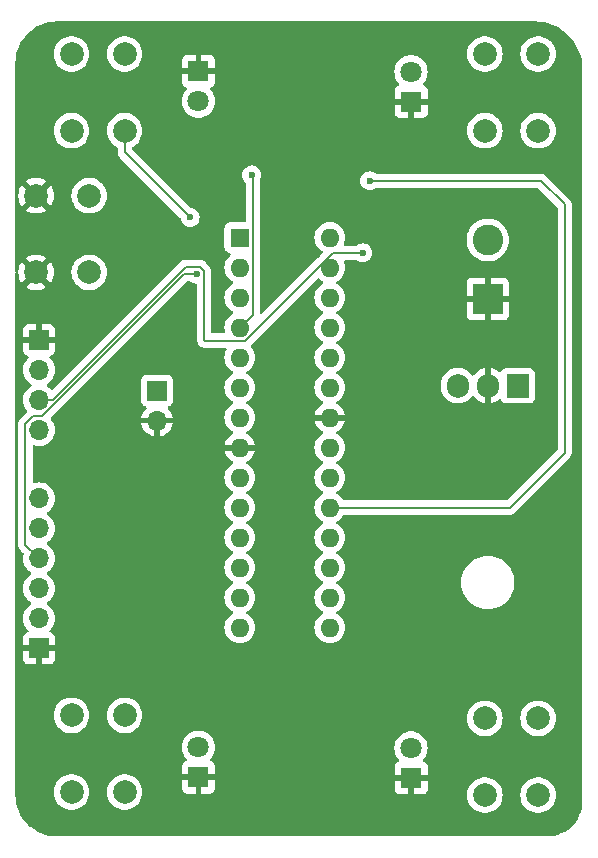
<source format=gbl>
G04 #@! TF.GenerationSoftware,KiCad,Pcbnew,8.0.0*
G04 #@! TF.CreationDate,2024-04-02T15:54:02-06:00*
G04 #@! TF.ProjectId,SimonSaysPCBDesign,53696d6f-6e53-4617-9973-504342446573,1.0*
G04 #@! TF.SameCoordinates,Original*
G04 #@! TF.FileFunction,Copper,L2,Bot*
G04 #@! TF.FilePolarity,Positive*
%FSLAX46Y46*%
G04 Gerber Fmt 4.6, Leading zero omitted, Abs format (unit mm)*
G04 Created by KiCad (PCBNEW 8.0.0) date 2024-04-02 15:54:02*
%MOMM*%
%LPD*%
G01*
G04 APERTURE LIST*
G04 #@! TA.AperFunction,ComponentPad*
%ADD10R,1.600000X1.600000*%
G04 #@! TD*
G04 #@! TA.AperFunction,ComponentPad*
%ADD11O,1.600000X1.600000*%
G04 #@! TD*
G04 #@! TA.AperFunction,ComponentPad*
%ADD12R,2.600000X2.600000*%
G04 #@! TD*
G04 #@! TA.AperFunction,ComponentPad*
%ADD13C,2.600000*%
G04 #@! TD*
G04 #@! TA.AperFunction,ComponentPad*
%ADD14C,2.000000*%
G04 #@! TD*
G04 #@! TA.AperFunction,ComponentPad*
%ADD15R,1.800000X1.800000*%
G04 #@! TD*
G04 #@! TA.AperFunction,ComponentPad*
%ADD16C,1.800000*%
G04 #@! TD*
G04 #@! TA.AperFunction,ComponentPad*
%ADD17R,1.700000X1.700000*%
G04 #@! TD*
G04 #@! TA.AperFunction,ComponentPad*
%ADD18O,1.700000X1.700000*%
G04 #@! TD*
G04 #@! TA.AperFunction,ComponentPad*
%ADD19R,1.905000X2.000000*%
G04 #@! TD*
G04 #@! TA.AperFunction,ComponentPad*
%ADD20O,1.905000X2.000000*%
G04 #@! TD*
G04 #@! TA.AperFunction,ViaPad*
%ADD21C,0.600000*%
G04 #@! TD*
G04 #@! TA.AperFunction,Conductor*
%ADD22C,0.200000*%
G04 #@! TD*
G04 APERTURE END LIST*
D10*
X128000000Y-83300000D03*
D11*
X128000000Y-85840000D03*
X128000000Y-88380000D03*
X128000000Y-90920000D03*
X128000000Y-93460000D03*
X128000000Y-96000000D03*
X128000000Y-98540000D03*
X128000000Y-101080000D03*
X128000000Y-103620000D03*
X128000000Y-106160000D03*
X128000000Y-108700000D03*
X128000000Y-111240000D03*
X128000000Y-113780000D03*
X128000000Y-116320000D03*
X135620000Y-116320000D03*
X135620000Y-113780000D03*
X135620000Y-111240000D03*
X135620000Y-108700000D03*
X135620000Y-106160000D03*
X135620000Y-103620000D03*
X135620000Y-101080000D03*
X135620000Y-98540000D03*
X135620000Y-96000000D03*
X135620000Y-93460000D03*
X135620000Y-90920000D03*
X135620000Y-88380000D03*
X135620000Y-85840000D03*
X135620000Y-83300000D03*
D12*
X149000000Y-88500000D03*
D13*
X149000000Y-83500000D03*
D14*
X113750000Y-74250000D03*
X113750000Y-67750000D03*
X118250000Y-74250000D03*
X118250000Y-67750000D03*
D15*
X142500000Y-129040000D03*
D16*
X142500000Y-126500000D03*
D17*
X111000000Y-118080000D03*
D18*
X111000000Y-115540000D03*
X111000000Y-113000000D03*
X111000000Y-110460000D03*
X111000000Y-107920000D03*
X111000000Y-105380000D03*
D15*
X124500000Y-69210000D03*
D16*
X124500000Y-71750000D03*
D17*
X111000000Y-91960000D03*
D18*
X111000000Y-94500000D03*
X111000000Y-97040000D03*
X111000000Y-99580000D03*
D15*
X124500000Y-129000000D03*
D16*
X124500000Y-126460000D03*
D19*
X151540000Y-95840000D03*
D20*
X149000000Y-95840000D03*
X146460000Y-95840000D03*
D14*
X148750000Y-74250000D03*
X148750000Y-67750000D03*
X153250000Y-74250000D03*
X153250000Y-67750000D03*
X110750000Y-86250000D03*
X110750000Y-79750000D03*
X115250000Y-86250000D03*
X115250000Y-79750000D03*
D15*
X142500000Y-71790000D03*
D16*
X142500000Y-69250000D03*
D14*
X148750000Y-130500000D03*
X148750000Y-124000000D03*
X153250000Y-130500000D03*
X153250000Y-124000000D03*
D18*
X121000000Y-98790000D03*
D17*
X121000000Y-96250000D03*
D14*
X118250000Y-123750000D03*
X118250000Y-130250000D03*
X113750000Y-123750000D03*
X113750000Y-130250000D03*
D21*
X128000000Y-122500000D03*
X141000000Y-76000000D03*
X137000000Y-122500000D03*
X126000000Y-103500000D03*
X122000000Y-76500000D03*
X141000000Y-98500000D03*
X139500000Y-90500000D03*
X126000000Y-107500000D03*
X123800000Y-81600000D03*
X139000000Y-78500000D03*
X129000000Y-78000000D03*
X124400000Y-86400000D03*
X138400000Y-84600000D03*
D22*
X112163898Y-97040000D02*
X111000000Y-97040000D01*
X124648529Y-85800000D02*
X123403898Y-85800000D01*
X125000000Y-92000000D02*
X125000000Y-86151471D01*
X125020000Y-92020000D02*
X125000000Y-92000000D01*
X128455635Y-92020000D02*
X125020000Y-92020000D01*
X125000000Y-86151471D02*
X124648529Y-85800000D01*
X135875635Y-84600000D02*
X128455635Y-92020000D01*
X138400000Y-84600000D02*
X135875635Y-84600000D01*
X123403898Y-85800000D02*
X112163898Y-97040000D01*
X123266346Y-86400000D02*
X111236346Y-98430000D01*
X124400000Y-86400000D02*
X123266346Y-86400000D01*
X109850000Y-99050000D02*
X109850000Y-109310000D01*
X109850000Y-109310000D02*
X111000000Y-110460000D01*
X111236346Y-98430000D02*
X110470000Y-98430000D01*
X110470000Y-98430000D02*
X109850000Y-99050000D01*
X123800000Y-81600000D02*
X118250000Y-76050000D01*
X118250000Y-76050000D02*
X118250000Y-74250000D01*
X155500000Y-80500000D02*
X155500000Y-101500000D01*
X155500000Y-101500000D02*
X150840000Y-106160000D01*
X150840000Y-106160000D02*
X135620000Y-106160000D01*
X139000000Y-78500000D02*
X153500000Y-78500000D01*
X153500000Y-78500000D02*
X155500000Y-80500000D01*
X129000000Y-78000000D02*
X129100000Y-78100000D01*
X129100000Y-78100000D02*
X129100000Y-89820000D01*
X129100000Y-89820000D02*
X128000000Y-90920000D01*
G04 #@! TA.AperFunction,Conductor*
G36*
X153002855Y-65000632D02*
G01*
X153363310Y-65017296D01*
X153374700Y-65018352D01*
X153729238Y-65067808D01*
X153740482Y-65069910D01*
X154088944Y-65151867D01*
X154099934Y-65154994D01*
X154439368Y-65268761D01*
X154450022Y-65272889D01*
X154777488Y-65417479D01*
X154787735Y-65422581D01*
X155100452Y-65596765D01*
X155110190Y-65602794D01*
X155396535Y-65798944D01*
X155405512Y-65805093D01*
X155414652Y-65811996D01*
X155690035Y-66040671D01*
X155698499Y-66048387D01*
X155951612Y-66301500D01*
X155959328Y-66309964D01*
X156188003Y-66585347D01*
X156194906Y-66594487D01*
X156397205Y-66889809D01*
X156403234Y-66899547D01*
X156577418Y-67212264D01*
X156582523Y-67222517D01*
X156727105Y-67549964D01*
X156731243Y-67560644D01*
X156845001Y-67900052D01*
X156848135Y-67911068D01*
X156930087Y-68259509D01*
X156932192Y-68270768D01*
X156981646Y-68625292D01*
X156982703Y-68636696D01*
X156999368Y-68997144D01*
X156999500Y-69002871D01*
X156999500Y-130996753D01*
X156999330Y-131003243D01*
X156983407Y-131307046D01*
X156982050Y-131319953D01*
X156934971Y-131617205D01*
X156932273Y-131629902D01*
X156854374Y-131920623D01*
X156850363Y-131932966D01*
X156742510Y-132213935D01*
X156737231Y-132225793D01*
X156600591Y-132493963D01*
X156594101Y-132505203D01*
X156430187Y-132757608D01*
X156422558Y-132768109D01*
X156233149Y-133002010D01*
X156224464Y-133011655D01*
X156011655Y-133224464D01*
X156002010Y-133233149D01*
X155768109Y-133422558D01*
X155757608Y-133430187D01*
X155505203Y-133594101D01*
X155493963Y-133600591D01*
X155225793Y-133737231D01*
X155213935Y-133742510D01*
X154932966Y-133850363D01*
X154920623Y-133854374D01*
X154629902Y-133932273D01*
X154617205Y-133934971D01*
X154319953Y-133982050D01*
X154307046Y-133983407D01*
X154003244Y-133999330D01*
X153996754Y-133999500D01*
X112503051Y-133999500D01*
X112496968Y-133999351D01*
X112476900Y-133998365D01*
X112163071Y-133982947D01*
X112150962Y-133981754D01*
X111823305Y-133933151D01*
X111811369Y-133930777D01*
X111490055Y-133850292D01*
X111478411Y-133846759D01*
X111166540Y-133735170D01*
X111155301Y-133730515D01*
X110855844Y-133588883D01*
X110845121Y-133583150D01*
X110561011Y-133412862D01*
X110550893Y-133406102D01*
X110284829Y-133208775D01*
X110275423Y-133201055D01*
X110066452Y-133011655D01*
X110029986Y-132978604D01*
X110021395Y-132970013D01*
X109798944Y-132724576D01*
X109791224Y-132715170D01*
X109691034Y-132580080D01*
X109593895Y-132449103D01*
X109587137Y-132438988D01*
X109416844Y-132154871D01*
X109411120Y-132144163D01*
X109269479Y-131844688D01*
X109264829Y-131833459D01*
X109153240Y-131521588D01*
X109149707Y-131509944D01*
X109128375Y-131424782D01*
X109069219Y-131188617D01*
X109066848Y-131176694D01*
X109066564Y-131174782D01*
X109018245Y-130849037D01*
X109017052Y-130836927D01*
X109000649Y-130503032D01*
X109000500Y-130496948D01*
X109000500Y-130250005D01*
X112244357Y-130250005D01*
X112264890Y-130497812D01*
X112264892Y-130497824D01*
X112325936Y-130738881D01*
X112425826Y-130966606D01*
X112561833Y-131174782D01*
X112561836Y-131174785D01*
X112730256Y-131357738D01*
X112926491Y-131510474D01*
X112926493Y-131510475D01*
X113123712Y-131617205D01*
X113145190Y-131628828D01*
X113380386Y-131709571D01*
X113625665Y-131750500D01*
X113874335Y-131750500D01*
X114119614Y-131709571D01*
X114354810Y-131628828D01*
X114573509Y-131510474D01*
X114769744Y-131357738D01*
X114938164Y-131174785D01*
X115074173Y-130966607D01*
X115174063Y-130738881D01*
X115235108Y-130497821D01*
X115235109Y-130497812D01*
X115255643Y-130250005D01*
X116744357Y-130250005D01*
X116764890Y-130497812D01*
X116764892Y-130497824D01*
X116825936Y-130738881D01*
X116925826Y-130966606D01*
X117061833Y-131174782D01*
X117061836Y-131174785D01*
X117230256Y-131357738D01*
X117426491Y-131510474D01*
X117426493Y-131510475D01*
X117623712Y-131617205D01*
X117645190Y-131628828D01*
X117880386Y-131709571D01*
X118125665Y-131750500D01*
X118374335Y-131750500D01*
X118619614Y-131709571D01*
X118854810Y-131628828D01*
X119073509Y-131510474D01*
X119269744Y-131357738D01*
X119438164Y-131174785D01*
X119574173Y-130966607D01*
X119674063Y-130738881D01*
X119734555Y-130500005D01*
X147244357Y-130500005D01*
X147264890Y-130747812D01*
X147264892Y-130747824D01*
X147325936Y-130988881D01*
X147425826Y-131216606D01*
X147561833Y-131424782D01*
X147561836Y-131424785D01*
X147730256Y-131607738D01*
X147926491Y-131760474D01*
X148145190Y-131878828D01*
X148380386Y-131959571D01*
X148625665Y-132000500D01*
X148874335Y-132000500D01*
X149119614Y-131959571D01*
X149354810Y-131878828D01*
X149573509Y-131760474D01*
X149769744Y-131607738D01*
X149938164Y-131424785D01*
X150074173Y-131216607D01*
X150174063Y-130988881D01*
X150235108Y-130747821D01*
X150255643Y-130500005D01*
X151744357Y-130500005D01*
X151764890Y-130747812D01*
X151764892Y-130747824D01*
X151825936Y-130988881D01*
X151925826Y-131216606D01*
X152061833Y-131424782D01*
X152061836Y-131424785D01*
X152230256Y-131607738D01*
X152426491Y-131760474D01*
X152645190Y-131878828D01*
X152880386Y-131959571D01*
X153125665Y-132000500D01*
X153374335Y-132000500D01*
X153619614Y-131959571D01*
X153854810Y-131878828D01*
X154073509Y-131760474D01*
X154269744Y-131607738D01*
X154438164Y-131424785D01*
X154574173Y-131216607D01*
X154674063Y-130988881D01*
X154735108Y-130747821D01*
X154755643Y-130500000D01*
X154755462Y-130497821D01*
X154735109Y-130252187D01*
X154735107Y-130252175D01*
X154674063Y-130011118D01*
X154574173Y-129783393D01*
X154438166Y-129575217D01*
X154331487Y-129459333D01*
X154269744Y-129392262D01*
X154073509Y-129239526D01*
X154073507Y-129239525D01*
X154073506Y-129239524D01*
X153854811Y-129121172D01*
X153854802Y-129121169D01*
X153619616Y-129040429D01*
X153374335Y-128999500D01*
X153125665Y-128999500D01*
X152880383Y-129040429D01*
X152645197Y-129121169D01*
X152645188Y-129121172D01*
X152426493Y-129239524D01*
X152230257Y-129392261D01*
X152061833Y-129575217D01*
X151925826Y-129783393D01*
X151825936Y-130011118D01*
X151764892Y-130252175D01*
X151764890Y-130252187D01*
X151744357Y-130499994D01*
X151744357Y-130500005D01*
X150255643Y-130500005D01*
X150255643Y-130500000D01*
X150255462Y-130497821D01*
X150235109Y-130252187D01*
X150235107Y-130252175D01*
X150174063Y-130011118D01*
X150074173Y-129783393D01*
X149938166Y-129575217D01*
X149831487Y-129459333D01*
X149769744Y-129392262D01*
X149573509Y-129239526D01*
X149573507Y-129239525D01*
X149573506Y-129239524D01*
X149354811Y-129121172D01*
X149354802Y-129121169D01*
X149119616Y-129040429D01*
X148874335Y-128999500D01*
X148625665Y-128999500D01*
X148380383Y-129040429D01*
X148145197Y-129121169D01*
X148145188Y-129121172D01*
X147926493Y-129239524D01*
X147730257Y-129392261D01*
X147561833Y-129575217D01*
X147425826Y-129783393D01*
X147325936Y-130011118D01*
X147264892Y-130252175D01*
X147264890Y-130252187D01*
X147244357Y-130499994D01*
X147244357Y-130500005D01*
X119734555Y-130500005D01*
X119735108Y-130497821D01*
X119735109Y-130497812D01*
X119755643Y-130250005D01*
X119755643Y-130249994D01*
X119735109Y-130002187D01*
X119735107Y-130002175D01*
X119674063Y-129761118D01*
X119574173Y-129533393D01*
X119438166Y-129325217D01*
X119393140Y-129276306D01*
X119269744Y-129142262D01*
X119073509Y-128989526D01*
X119073507Y-128989525D01*
X119073506Y-128989524D01*
X118854811Y-128871172D01*
X118854802Y-128871169D01*
X118619616Y-128790429D01*
X118374335Y-128749500D01*
X118125665Y-128749500D01*
X117880383Y-128790429D01*
X117645197Y-128871169D01*
X117645188Y-128871172D01*
X117426493Y-128989524D01*
X117230257Y-129142261D01*
X117061833Y-129325217D01*
X116925826Y-129533393D01*
X116825936Y-129761118D01*
X116764892Y-130002175D01*
X116764890Y-130002187D01*
X116744357Y-130249994D01*
X116744357Y-130250005D01*
X115255643Y-130250005D01*
X115255643Y-130249994D01*
X115235109Y-130002187D01*
X115235107Y-130002175D01*
X115174063Y-129761118D01*
X115074173Y-129533393D01*
X114938166Y-129325217D01*
X114893140Y-129276306D01*
X114769744Y-129142262D01*
X114573509Y-128989526D01*
X114573507Y-128989525D01*
X114573506Y-128989524D01*
X114354811Y-128871172D01*
X114354802Y-128871169D01*
X114119616Y-128790429D01*
X113874335Y-128749500D01*
X113625665Y-128749500D01*
X113380383Y-128790429D01*
X113145197Y-128871169D01*
X113145188Y-128871172D01*
X112926493Y-128989524D01*
X112730257Y-129142261D01*
X112561833Y-129325217D01*
X112425826Y-129533393D01*
X112325936Y-129761118D01*
X112264892Y-130002175D01*
X112264890Y-130002187D01*
X112244357Y-130249994D01*
X112244357Y-130250005D01*
X109000500Y-130250005D01*
X109000500Y-126460006D01*
X123094700Y-126460006D01*
X123113864Y-126691297D01*
X123113866Y-126691308D01*
X123170842Y-126916300D01*
X123264075Y-127128848D01*
X123391018Y-127323150D01*
X123486167Y-127426510D01*
X123517089Y-127489164D01*
X123509228Y-127558590D01*
X123465081Y-127612746D01*
X123438271Y-127626674D01*
X123357911Y-127656646D01*
X123357906Y-127656649D01*
X123242812Y-127742809D01*
X123242809Y-127742812D01*
X123156649Y-127857906D01*
X123156645Y-127857913D01*
X123106403Y-127992620D01*
X123106401Y-127992627D01*
X123100000Y-128052155D01*
X123100000Y-128750000D01*
X124124722Y-128750000D01*
X124080667Y-128826306D01*
X124050000Y-128940756D01*
X124050000Y-129059244D01*
X124080667Y-129173694D01*
X124124722Y-129250000D01*
X123100000Y-129250000D01*
X123100000Y-129947844D01*
X123106401Y-130007372D01*
X123106403Y-130007379D01*
X123156645Y-130142086D01*
X123156649Y-130142093D01*
X123242809Y-130257187D01*
X123242812Y-130257190D01*
X123357906Y-130343350D01*
X123357913Y-130343354D01*
X123492620Y-130393596D01*
X123492627Y-130393598D01*
X123552155Y-130399999D01*
X123552172Y-130400000D01*
X124250000Y-130400000D01*
X124250000Y-129375277D01*
X124326306Y-129419333D01*
X124440756Y-129450000D01*
X124559244Y-129450000D01*
X124673694Y-129419333D01*
X124750000Y-129375277D01*
X124750000Y-130400000D01*
X125447828Y-130400000D01*
X125447844Y-130399999D01*
X125507372Y-130393598D01*
X125507379Y-130393596D01*
X125642086Y-130343354D01*
X125642093Y-130343350D01*
X125757187Y-130257190D01*
X125757190Y-130257187D01*
X125843350Y-130142093D01*
X125843354Y-130142086D01*
X125893596Y-130007379D01*
X125893598Y-130007372D01*
X125899999Y-129947844D01*
X125900000Y-129947827D01*
X125900000Y-129250000D01*
X124875278Y-129250000D01*
X124919333Y-129173694D01*
X124950000Y-129059244D01*
X124950000Y-128940756D01*
X124919333Y-128826306D01*
X124875278Y-128750000D01*
X125900000Y-128750000D01*
X125900000Y-128052172D01*
X125899999Y-128052155D01*
X125893598Y-127992627D01*
X125893596Y-127992620D01*
X125843354Y-127857913D01*
X125843350Y-127857906D01*
X125757190Y-127742812D01*
X125757187Y-127742809D01*
X125642093Y-127656649D01*
X125642086Y-127656645D01*
X125561729Y-127626674D01*
X125505795Y-127584803D01*
X125481378Y-127519338D01*
X125496230Y-127451065D01*
X125513826Y-127426516D01*
X125608979Y-127323153D01*
X125735924Y-127128849D01*
X125829157Y-126916300D01*
X125886134Y-126691305D01*
X125886135Y-126691297D01*
X125901986Y-126500006D01*
X141094700Y-126500006D01*
X141113864Y-126731297D01*
X141113866Y-126731308D01*
X141170842Y-126956300D01*
X141264075Y-127168848D01*
X141391018Y-127363150D01*
X141486167Y-127466510D01*
X141517089Y-127529164D01*
X141509228Y-127598590D01*
X141465081Y-127652746D01*
X141438271Y-127666674D01*
X141357911Y-127696646D01*
X141357906Y-127696649D01*
X141242812Y-127782809D01*
X141242809Y-127782812D01*
X141156649Y-127897906D01*
X141156645Y-127897913D01*
X141106403Y-128032620D01*
X141106401Y-128032627D01*
X141100000Y-128092155D01*
X141100000Y-128790000D01*
X142124722Y-128790000D01*
X142080667Y-128866306D01*
X142050000Y-128980756D01*
X142050000Y-129099244D01*
X142080667Y-129213694D01*
X142124722Y-129290000D01*
X141100000Y-129290000D01*
X141100000Y-129987844D01*
X141106401Y-130047372D01*
X141106403Y-130047379D01*
X141156645Y-130182086D01*
X141156649Y-130182093D01*
X141242809Y-130297187D01*
X141242812Y-130297190D01*
X141357906Y-130383350D01*
X141357913Y-130383354D01*
X141492620Y-130433596D01*
X141492627Y-130433598D01*
X141552155Y-130439999D01*
X141552172Y-130440000D01*
X142250000Y-130440000D01*
X142250000Y-129415277D01*
X142326306Y-129459333D01*
X142440756Y-129490000D01*
X142559244Y-129490000D01*
X142673694Y-129459333D01*
X142750000Y-129415277D01*
X142750000Y-130440000D01*
X143447828Y-130440000D01*
X143447844Y-130439999D01*
X143507372Y-130433598D01*
X143507379Y-130433596D01*
X143642086Y-130383354D01*
X143642093Y-130383350D01*
X143757187Y-130297190D01*
X143757190Y-130297187D01*
X143843350Y-130182093D01*
X143843354Y-130182086D01*
X143893596Y-130047379D01*
X143893598Y-130047372D01*
X143899999Y-129987844D01*
X143900000Y-129987827D01*
X143900000Y-129290000D01*
X142875278Y-129290000D01*
X142919333Y-129213694D01*
X142950000Y-129099244D01*
X142950000Y-128980756D01*
X142919333Y-128866306D01*
X142875278Y-128790000D01*
X143900000Y-128790000D01*
X143900000Y-128092172D01*
X143899999Y-128092155D01*
X143893598Y-128032627D01*
X143893596Y-128032620D01*
X143843354Y-127897913D01*
X143843350Y-127897906D01*
X143757190Y-127782812D01*
X143757187Y-127782809D01*
X143642093Y-127696649D01*
X143642086Y-127696645D01*
X143561729Y-127666674D01*
X143505795Y-127624803D01*
X143481378Y-127559338D01*
X143496230Y-127491065D01*
X143513826Y-127466516D01*
X143608979Y-127363153D01*
X143735924Y-127168849D01*
X143829157Y-126956300D01*
X143886134Y-126731305D01*
X143886135Y-126731297D01*
X143905300Y-126500006D01*
X143905300Y-126499993D01*
X143886135Y-126268702D01*
X143886133Y-126268691D01*
X143829157Y-126043699D01*
X143735924Y-125831151D01*
X143608983Y-125636852D01*
X143608980Y-125636849D01*
X143608979Y-125636847D01*
X143451784Y-125466087D01*
X143451779Y-125466083D01*
X143451777Y-125466081D01*
X143268634Y-125323535D01*
X143268628Y-125323531D01*
X143064504Y-125213064D01*
X143064495Y-125213061D01*
X142844984Y-125137702D01*
X142673282Y-125109050D01*
X142616049Y-125099500D01*
X142383951Y-125099500D01*
X142338164Y-125107140D01*
X142155015Y-125137702D01*
X141935504Y-125213061D01*
X141935495Y-125213064D01*
X141731371Y-125323531D01*
X141731365Y-125323535D01*
X141548222Y-125466081D01*
X141548219Y-125466084D01*
X141391016Y-125636852D01*
X141264075Y-125831151D01*
X141170842Y-126043699D01*
X141113866Y-126268691D01*
X141113864Y-126268702D01*
X141094700Y-126499993D01*
X141094700Y-126500006D01*
X125901986Y-126500006D01*
X125905300Y-126460006D01*
X125905300Y-126459993D01*
X125886135Y-126228702D01*
X125886133Y-126228691D01*
X125829157Y-126003699D01*
X125735924Y-125791151D01*
X125608983Y-125596852D01*
X125608980Y-125596849D01*
X125608979Y-125596847D01*
X125451784Y-125426087D01*
X125451779Y-125426083D01*
X125451777Y-125426081D01*
X125268634Y-125283535D01*
X125268628Y-125283531D01*
X125064504Y-125173064D01*
X125064495Y-125173061D01*
X124844984Y-125097702D01*
X124673282Y-125069050D01*
X124616049Y-125059500D01*
X124383951Y-125059500D01*
X124338164Y-125067140D01*
X124155015Y-125097702D01*
X123935504Y-125173061D01*
X123935495Y-125173064D01*
X123731371Y-125283531D01*
X123731365Y-125283535D01*
X123548222Y-125426081D01*
X123548219Y-125426084D01*
X123391016Y-125596852D01*
X123264075Y-125791151D01*
X123170842Y-126003699D01*
X123113866Y-126228691D01*
X123113864Y-126228702D01*
X123094700Y-126459993D01*
X123094700Y-126460006D01*
X109000500Y-126460006D01*
X109000500Y-123750005D01*
X112244357Y-123750005D01*
X112264890Y-123997812D01*
X112264892Y-123997824D01*
X112325936Y-124238881D01*
X112425826Y-124466606D01*
X112561833Y-124674782D01*
X112561836Y-124674785D01*
X112730256Y-124857738D01*
X112926491Y-125010474D01*
X113145190Y-125128828D01*
X113380386Y-125209571D01*
X113625665Y-125250500D01*
X113874335Y-125250500D01*
X114119614Y-125209571D01*
X114354810Y-125128828D01*
X114573509Y-125010474D01*
X114769744Y-124857738D01*
X114938164Y-124674785D01*
X115074173Y-124466607D01*
X115174063Y-124238881D01*
X115235108Y-123997821D01*
X115255462Y-123752187D01*
X115255643Y-123750005D01*
X116744357Y-123750005D01*
X116764890Y-123997812D01*
X116764892Y-123997824D01*
X116825936Y-124238881D01*
X116925826Y-124466606D01*
X117061833Y-124674782D01*
X117061836Y-124674785D01*
X117230256Y-124857738D01*
X117426491Y-125010474D01*
X117645190Y-125128828D01*
X117880386Y-125209571D01*
X118125665Y-125250500D01*
X118374335Y-125250500D01*
X118619614Y-125209571D01*
X118854810Y-125128828D01*
X119073509Y-125010474D01*
X119269744Y-124857738D01*
X119438164Y-124674785D01*
X119574173Y-124466607D01*
X119674063Y-124238881D01*
X119734555Y-124000005D01*
X147244357Y-124000005D01*
X147264890Y-124247812D01*
X147264892Y-124247824D01*
X147325936Y-124488881D01*
X147425826Y-124716606D01*
X147561833Y-124924782D01*
X147561836Y-124924785D01*
X147730256Y-125107738D01*
X147926491Y-125260474D01*
X147926493Y-125260475D01*
X148043017Y-125323535D01*
X148145190Y-125378828D01*
X148380386Y-125459571D01*
X148625665Y-125500500D01*
X148874335Y-125500500D01*
X149119614Y-125459571D01*
X149354810Y-125378828D01*
X149573509Y-125260474D01*
X149769744Y-125107738D01*
X149938164Y-124924785D01*
X150074173Y-124716607D01*
X150174063Y-124488881D01*
X150235108Y-124247821D01*
X150255643Y-124000005D01*
X151744357Y-124000005D01*
X151764890Y-124247812D01*
X151764892Y-124247824D01*
X151825936Y-124488881D01*
X151925826Y-124716606D01*
X152061833Y-124924782D01*
X152061836Y-124924785D01*
X152230256Y-125107738D01*
X152426491Y-125260474D01*
X152426493Y-125260475D01*
X152543017Y-125323535D01*
X152645190Y-125378828D01*
X152880386Y-125459571D01*
X153125665Y-125500500D01*
X153374335Y-125500500D01*
X153619614Y-125459571D01*
X153854810Y-125378828D01*
X154073509Y-125260474D01*
X154269744Y-125107738D01*
X154438164Y-124924785D01*
X154574173Y-124716607D01*
X154674063Y-124488881D01*
X154735108Y-124247821D01*
X154755643Y-124000000D01*
X154755462Y-123997821D01*
X154735109Y-123752187D01*
X154735107Y-123752175D01*
X154674063Y-123511118D01*
X154574173Y-123283393D01*
X154438166Y-123075217D01*
X154399664Y-123033393D01*
X154269744Y-122892262D01*
X154073509Y-122739526D01*
X154073507Y-122739525D01*
X154073506Y-122739524D01*
X153854811Y-122621172D01*
X153854802Y-122621169D01*
X153619616Y-122540429D01*
X153374335Y-122499500D01*
X153125665Y-122499500D01*
X152880383Y-122540429D01*
X152645197Y-122621169D01*
X152645188Y-122621172D01*
X152426493Y-122739524D01*
X152230257Y-122892261D01*
X152061833Y-123075217D01*
X151925826Y-123283393D01*
X151825936Y-123511118D01*
X151764892Y-123752175D01*
X151764890Y-123752187D01*
X151744357Y-123999994D01*
X151744357Y-124000005D01*
X150255643Y-124000005D01*
X150255643Y-124000000D01*
X150255462Y-123997821D01*
X150235109Y-123752187D01*
X150235107Y-123752175D01*
X150174063Y-123511118D01*
X150074173Y-123283393D01*
X149938166Y-123075217D01*
X149899664Y-123033393D01*
X149769744Y-122892262D01*
X149573509Y-122739526D01*
X149573507Y-122739525D01*
X149573506Y-122739524D01*
X149354811Y-122621172D01*
X149354802Y-122621169D01*
X149119616Y-122540429D01*
X148874335Y-122499500D01*
X148625665Y-122499500D01*
X148380383Y-122540429D01*
X148145197Y-122621169D01*
X148145188Y-122621172D01*
X147926493Y-122739524D01*
X147730257Y-122892261D01*
X147561833Y-123075217D01*
X147425826Y-123283393D01*
X147325936Y-123511118D01*
X147264892Y-123752175D01*
X147264890Y-123752187D01*
X147244357Y-123999994D01*
X147244357Y-124000005D01*
X119734555Y-124000005D01*
X119735108Y-123997821D01*
X119755462Y-123752187D01*
X119755643Y-123750005D01*
X119755643Y-123749994D01*
X119735109Y-123502187D01*
X119735107Y-123502175D01*
X119674063Y-123261118D01*
X119574173Y-123033393D01*
X119438166Y-122825217D01*
X119416557Y-122801744D01*
X119269744Y-122642262D01*
X119073509Y-122489526D01*
X119073507Y-122489525D01*
X119073506Y-122489524D01*
X118854811Y-122371172D01*
X118854802Y-122371169D01*
X118619616Y-122290429D01*
X118374335Y-122249500D01*
X118125665Y-122249500D01*
X117880383Y-122290429D01*
X117645197Y-122371169D01*
X117645188Y-122371172D01*
X117426493Y-122489524D01*
X117230257Y-122642261D01*
X117061833Y-122825217D01*
X116925826Y-123033393D01*
X116825936Y-123261118D01*
X116764892Y-123502175D01*
X116764890Y-123502187D01*
X116744357Y-123749994D01*
X116744357Y-123750005D01*
X115255643Y-123750005D01*
X115255643Y-123749994D01*
X115235109Y-123502187D01*
X115235107Y-123502175D01*
X115174063Y-123261118D01*
X115074173Y-123033393D01*
X114938166Y-122825217D01*
X114916557Y-122801744D01*
X114769744Y-122642262D01*
X114573509Y-122489526D01*
X114573507Y-122489525D01*
X114573506Y-122489524D01*
X114354811Y-122371172D01*
X114354802Y-122371169D01*
X114119616Y-122290429D01*
X113874335Y-122249500D01*
X113625665Y-122249500D01*
X113380383Y-122290429D01*
X113145197Y-122371169D01*
X113145188Y-122371172D01*
X112926493Y-122489524D01*
X112730257Y-122642261D01*
X112561833Y-122825217D01*
X112425826Y-123033393D01*
X112325936Y-123261118D01*
X112264892Y-123502175D01*
X112264890Y-123502187D01*
X112244357Y-123749994D01*
X112244357Y-123750005D01*
X109000500Y-123750005D01*
X109000500Y-109389054D01*
X109249498Y-109389054D01*
X109258194Y-109421506D01*
X109290423Y-109541785D01*
X109308658Y-109573368D01*
X109317452Y-109588599D01*
X109369479Y-109678715D01*
X109488349Y-109797585D01*
X109488355Y-109797590D01*
X109667233Y-109976468D01*
X109700718Y-110037791D01*
X109699327Y-110096241D01*
X109664939Y-110224583D01*
X109664936Y-110224596D01*
X109644341Y-110459999D01*
X109644341Y-110460000D01*
X109664936Y-110695403D01*
X109664938Y-110695413D01*
X109726094Y-110923655D01*
X109726096Y-110923659D01*
X109726097Y-110923663D01*
X109767902Y-111013313D01*
X109825965Y-111137830D01*
X109825967Y-111137834D01*
X109961501Y-111331395D01*
X109961506Y-111331402D01*
X110128597Y-111498493D01*
X110128603Y-111498498D01*
X110314158Y-111628425D01*
X110357783Y-111683002D01*
X110364977Y-111752500D01*
X110333454Y-111814855D01*
X110314158Y-111831575D01*
X110128597Y-111961505D01*
X109961505Y-112128597D01*
X109825965Y-112322169D01*
X109825964Y-112322171D01*
X109726098Y-112536335D01*
X109726094Y-112536344D01*
X109664938Y-112764586D01*
X109664936Y-112764596D01*
X109644341Y-112999999D01*
X109644341Y-113000000D01*
X109664936Y-113235403D01*
X109664938Y-113235413D01*
X109726094Y-113463655D01*
X109726096Y-113463659D01*
X109726097Y-113463663D01*
X109767902Y-113553313D01*
X109825965Y-113677830D01*
X109825967Y-113677834D01*
X109961501Y-113871395D01*
X109961506Y-113871402D01*
X110128597Y-114038493D01*
X110128603Y-114038498D01*
X110314158Y-114168425D01*
X110357783Y-114223002D01*
X110364977Y-114292500D01*
X110333454Y-114354855D01*
X110314158Y-114371575D01*
X110128597Y-114501505D01*
X109961505Y-114668597D01*
X109825965Y-114862169D01*
X109825964Y-114862171D01*
X109726098Y-115076335D01*
X109726094Y-115076344D01*
X109664938Y-115304586D01*
X109664936Y-115304596D01*
X109644341Y-115539999D01*
X109644341Y-115540000D01*
X109664936Y-115775403D01*
X109664938Y-115775413D01*
X109726094Y-116003655D01*
X109726096Y-116003659D01*
X109726097Y-116003663D01*
X109767902Y-116093313D01*
X109825965Y-116217830D01*
X109825967Y-116217834D01*
X109897504Y-116319998D01*
X109961501Y-116411396D01*
X109961506Y-116411402D01*
X110083818Y-116533714D01*
X110117303Y-116595037D01*
X110112319Y-116664729D01*
X110070447Y-116720662D01*
X110039471Y-116737577D01*
X109907912Y-116786646D01*
X109907906Y-116786649D01*
X109792812Y-116872809D01*
X109792809Y-116872812D01*
X109706649Y-116987906D01*
X109706645Y-116987913D01*
X109656403Y-117122620D01*
X109656401Y-117122627D01*
X109650000Y-117182155D01*
X109650000Y-117830000D01*
X110566988Y-117830000D01*
X110534075Y-117887007D01*
X110500000Y-118014174D01*
X110500000Y-118145826D01*
X110534075Y-118272993D01*
X110566988Y-118330000D01*
X109650000Y-118330000D01*
X109650000Y-118977844D01*
X109656401Y-119037372D01*
X109656403Y-119037379D01*
X109706645Y-119172086D01*
X109706649Y-119172093D01*
X109792809Y-119287187D01*
X109792812Y-119287190D01*
X109907906Y-119373350D01*
X109907913Y-119373354D01*
X110042620Y-119423596D01*
X110042627Y-119423598D01*
X110102155Y-119429999D01*
X110102172Y-119430000D01*
X110750000Y-119430000D01*
X110750000Y-118513012D01*
X110807007Y-118545925D01*
X110934174Y-118580000D01*
X111065826Y-118580000D01*
X111192993Y-118545925D01*
X111250000Y-118513012D01*
X111250000Y-119430000D01*
X111897828Y-119430000D01*
X111897844Y-119429999D01*
X111957372Y-119423598D01*
X111957379Y-119423596D01*
X112092086Y-119373354D01*
X112092093Y-119373350D01*
X112207187Y-119287190D01*
X112207190Y-119287187D01*
X112293350Y-119172093D01*
X112293354Y-119172086D01*
X112343596Y-119037379D01*
X112343598Y-119037372D01*
X112349999Y-118977844D01*
X112350000Y-118977827D01*
X112350000Y-118330000D01*
X111433012Y-118330000D01*
X111465925Y-118272993D01*
X111500000Y-118145826D01*
X111500000Y-118014174D01*
X111465925Y-117887007D01*
X111433012Y-117830000D01*
X112350000Y-117830000D01*
X112350000Y-117182172D01*
X112349999Y-117182155D01*
X112343598Y-117122627D01*
X112343596Y-117122620D01*
X112293354Y-116987913D01*
X112293350Y-116987906D01*
X112207190Y-116872812D01*
X112207187Y-116872809D01*
X112092093Y-116786649D01*
X112092088Y-116786646D01*
X111960528Y-116737577D01*
X111904595Y-116695705D01*
X111880178Y-116630241D01*
X111895030Y-116561968D01*
X111916175Y-116533720D01*
X112038495Y-116411401D01*
X112174035Y-116217830D01*
X112273903Y-116003663D01*
X112335063Y-115775408D01*
X112355659Y-115540000D01*
X112335063Y-115304592D01*
X112273903Y-115076337D01*
X112174035Y-114862171D01*
X112116532Y-114780047D01*
X112038494Y-114668597D01*
X111871402Y-114501506D01*
X111871396Y-114501501D01*
X111685842Y-114371575D01*
X111642217Y-114316998D01*
X111635023Y-114247500D01*
X111666546Y-114185145D01*
X111685842Y-114168425D01*
X111791049Y-114094758D01*
X111871401Y-114038495D01*
X112038495Y-113871401D01*
X112174035Y-113677830D01*
X112273903Y-113463663D01*
X112335063Y-113235408D01*
X112355659Y-113000000D01*
X112335063Y-112764592D01*
X112273903Y-112536337D01*
X112174035Y-112322171D01*
X112116532Y-112240047D01*
X112038494Y-112128597D01*
X111871402Y-111961506D01*
X111871396Y-111961501D01*
X111685842Y-111831575D01*
X111642217Y-111776998D01*
X111635023Y-111707500D01*
X111666546Y-111645145D01*
X111685842Y-111628425D01*
X111708026Y-111612891D01*
X111871401Y-111498495D01*
X112038495Y-111331401D01*
X112174035Y-111137830D01*
X112273903Y-110923663D01*
X112335063Y-110695408D01*
X112355659Y-110460000D01*
X112335063Y-110224592D01*
X112273903Y-109996337D01*
X112174035Y-109782171D01*
X112116532Y-109700047D01*
X112038494Y-109588597D01*
X111871402Y-109421506D01*
X111871396Y-109421501D01*
X111685842Y-109291575D01*
X111642217Y-109236998D01*
X111635023Y-109167500D01*
X111666546Y-109105145D01*
X111685842Y-109088425D01*
X111708026Y-109072891D01*
X111871401Y-108958495D01*
X112038495Y-108791401D01*
X112174035Y-108597830D01*
X112273903Y-108383663D01*
X112335063Y-108155408D01*
X112355659Y-107920000D01*
X112335063Y-107684592D01*
X112273903Y-107456337D01*
X112174035Y-107242171D01*
X112116532Y-107160047D01*
X112038494Y-107048597D01*
X111871402Y-106881506D01*
X111871396Y-106881501D01*
X111685842Y-106751575D01*
X111642217Y-106696998D01*
X111635023Y-106627500D01*
X111666546Y-106565145D01*
X111685842Y-106548425D01*
X111728578Y-106518501D01*
X111871401Y-106418495D01*
X112038495Y-106251401D01*
X112174035Y-106057830D01*
X112273903Y-105843663D01*
X112335063Y-105615408D01*
X112355659Y-105380000D01*
X112335063Y-105144592D01*
X112273903Y-104916337D01*
X112174035Y-104702171D01*
X112116532Y-104620047D01*
X112038494Y-104508597D01*
X111871402Y-104341506D01*
X111871395Y-104341501D01*
X111677834Y-104205967D01*
X111677830Y-104205965D01*
X111463663Y-104106097D01*
X111463659Y-104106096D01*
X111463655Y-104106094D01*
X111235413Y-104044938D01*
X111235403Y-104044936D01*
X111000001Y-104024341D01*
X110999999Y-104024341D01*
X110764596Y-104044936D01*
X110764583Y-104044939D01*
X110606592Y-104087271D01*
X110536742Y-104085608D01*
X110478880Y-104046445D01*
X110451377Y-103982216D01*
X110450500Y-103967496D01*
X110450500Y-100992503D01*
X110470185Y-100925464D01*
X110522989Y-100879709D01*
X110592147Y-100869765D01*
X110606593Y-100872728D01*
X110632647Y-100879709D01*
X110764592Y-100915063D01*
X110952918Y-100931539D01*
X110999999Y-100935659D01*
X111000000Y-100935659D01*
X111000001Y-100935659D01*
X111039234Y-100932226D01*
X111235408Y-100915063D01*
X111463663Y-100853903D01*
X111677830Y-100754035D01*
X111871401Y-100618495D01*
X112038495Y-100451401D01*
X112174035Y-100257830D01*
X112273903Y-100043663D01*
X112335063Y-99815408D01*
X112355659Y-99580000D01*
X112335063Y-99344592D01*
X112273903Y-99116337D01*
X112174035Y-98902171D01*
X112115248Y-98818213D01*
X112038494Y-98708597D01*
X112010419Y-98680522D01*
X111976934Y-98619199D01*
X111981918Y-98549507D01*
X112010417Y-98505162D01*
X113367709Y-97147870D01*
X119649500Y-97147870D01*
X119649501Y-97147876D01*
X119655908Y-97207483D01*
X119706202Y-97342328D01*
X119706206Y-97342335D01*
X119792452Y-97457544D01*
X119792455Y-97457547D01*
X119907664Y-97543793D01*
X119907671Y-97543797D01*
X119907674Y-97543798D01*
X120039598Y-97593002D01*
X120095531Y-97634873D01*
X120119949Y-97700337D01*
X120105098Y-97768610D01*
X120083947Y-97796865D01*
X119961886Y-97918926D01*
X119826400Y-98112420D01*
X119826399Y-98112422D01*
X119726570Y-98326507D01*
X119726567Y-98326513D01*
X119669364Y-98539999D01*
X119669364Y-98540000D01*
X120566988Y-98540000D01*
X120534075Y-98597007D01*
X120500000Y-98724174D01*
X120500000Y-98855826D01*
X120534075Y-98982993D01*
X120566988Y-99040000D01*
X119669364Y-99040000D01*
X119726567Y-99253486D01*
X119726570Y-99253492D01*
X119826399Y-99467578D01*
X119961894Y-99661082D01*
X120128917Y-99828105D01*
X120322421Y-99963600D01*
X120536507Y-100063429D01*
X120536516Y-100063433D01*
X120750000Y-100120634D01*
X120750000Y-99223012D01*
X120807007Y-99255925D01*
X120934174Y-99290000D01*
X121065826Y-99290000D01*
X121192993Y-99255925D01*
X121250000Y-99223012D01*
X121250000Y-100120633D01*
X121463483Y-100063433D01*
X121463492Y-100063429D01*
X121677578Y-99963600D01*
X121871082Y-99828105D01*
X122038105Y-99661082D01*
X122173600Y-99467578D01*
X122273429Y-99253492D01*
X122273432Y-99253486D01*
X122330636Y-99040000D01*
X121433012Y-99040000D01*
X121465925Y-98982993D01*
X121500000Y-98855826D01*
X121500000Y-98724174D01*
X121465925Y-98597007D01*
X121433012Y-98540000D01*
X122330636Y-98540000D01*
X122330635Y-98539999D01*
X122273432Y-98326513D01*
X122273429Y-98326507D01*
X122173600Y-98112422D01*
X122173599Y-98112420D01*
X122038113Y-97918926D01*
X122038108Y-97918920D01*
X121916053Y-97796865D01*
X121882568Y-97735542D01*
X121887552Y-97665850D01*
X121929424Y-97609917D01*
X121960400Y-97593002D01*
X122092331Y-97543796D01*
X122207546Y-97457546D01*
X122293796Y-97342331D01*
X122344091Y-97207483D01*
X122350500Y-97147873D01*
X122350499Y-95352128D01*
X122344091Y-95292517D01*
X122343152Y-95290000D01*
X122293797Y-95157671D01*
X122293793Y-95157664D01*
X122207547Y-95042455D01*
X122207544Y-95042452D01*
X122092335Y-94956206D01*
X122092328Y-94956202D01*
X121957482Y-94905908D01*
X121957483Y-94905908D01*
X121897883Y-94899501D01*
X121897881Y-94899500D01*
X121897873Y-94899500D01*
X121897864Y-94899500D01*
X120102129Y-94899500D01*
X120102123Y-94899501D01*
X120042516Y-94905908D01*
X119907671Y-94956202D01*
X119907664Y-94956206D01*
X119792455Y-95042452D01*
X119792452Y-95042455D01*
X119706206Y-95157664D01*
X119706202Y-95157671D01*
X119655908Y-95292517D01*
X119649501Y-95352116D01*
X119649501Y-95352123D01*
X119649500Y-95352135D01*
X119649500Y-97147870D01*
X113367709Y-97147870D01*
X123478762Y-87036819D01*
X123540085Y-87003334D01*
X123566443Y-87000500D01*
X123817588Y-87000500D01*
X123884627Y-87020185D01*
X123894903Y-87027555D01*
X123897736Y-87029814D01*
X123897738Y-87029816D01*
X123956501Y-87066739D01*
X124023785Y-87109017D01*
X124050478Y-87125789D01*
X124220745Y-87185368D01*
X124289384Y-87193101D01*
X124353796Y-87220166D01*
X124393352Y-87277760D01*
X124399500Y-87316321D01*
X124399500Y-91913330D01*
X124399499Y-91913348D01*
X124399499Y-92079054D01*
X124399498Y-92079054D01*
X124417635Y-92146739D01*
X124440423Y-92231785D01*
X124451970Y-92251784D01*
X124496798Y-92329429D01*
X124519479Y-92368714D01*
X124519481Y-92368717D01*
X124651284Y-92500520D01*
X124738095Y-92550639D01*
X124738097Y-92550641D01*
X124788213Y-92579576D01*
X124788215Y-92579577D01*
X124940942Y-92620500D01*
X124940943Y-92620500D01*
X126762488Y-92620500D01*
X126829527Y-92640185D01*
X126875282Y-92692989D01*
X126885226Y-92762147D01*
X126871363Y-92802193D01*
X126871720Y-92802360D01*
X126870112Y-92805806D01*
X126869870Y-92806508D01*
X126869432Y-92807266D01*
X126773261Y-93013502D01*
X126773258Y-93013511D01*
X126714366Y-93233302D01*
X126714364Y-93233313D01*
X126694532Y-93459998D01*
X126694532Y-93460001D01*
X126714364Y-93686686D01*
X126714366Y-93686697D01*
X126773258Y-93906488D01*
X126773261Y-93906497D01*
X126869431Y-94112732D01*
X126869432Y-94112734D01*
X126999954Y-94299141D01*
X127160858Y-94460045D01*
X127160861Y-94460047D01*
X127347266Y-94590568D01*
X127405275Y-94617618D01*
X127457714Y-94663791D01*
X127476866Y-94730984D01*
X127456650Y-94797865D01*
X127405275Y-94842381D01*
X127396965Y-94846257D01*
X127347267Y-94869431D01*
X127347265Y-94869432D01*
X127160858Y-94999954D01*
X126999954Y-95160858D01*
X126869432Y-95347265D01*
X126869431Y-95347267D01*
X126773261Y-95553502D01*
X126773258Y-95553511D01*
X126714366Y-95773302D01*
X126714364Y-95773313D01*
X126694532Y-95999998D01*
X126694532Y-96000001D01*
X126714364Y-96226686D01*
X126714366Y-96226697D01*
X126773258Y-96446488D01*
X126773261Y-96446497D01*
X126869431Y-96652732D01*
X126869432Y-96652734D01*
X126999954Y-96839141D01*
X127160858Y-97000045D01*
X127160861Y-97000047D01*
X127347266Y-97130568D01*
X127405275Y-97157618D01*
X127457714Y-97203791D01*
X127476866Y-97270984D01*
X127456650Y-97337865D01*
X127405275Y-97382382D01*
X127347267Y-97409431D01*
X127347265Y-97409432D01*
X127160858Y-97539954D01*
X126999954Y-97700858D01*
X126869432Y-97887265D01*
X126869431Y-97887267D01*
X126773261Y-98093502D01*
X126773258Y-98093511D01*
X126714366Y-98313302D01*
X126714364Y-98313313D01*
X126694532Y-98539998D01*
X126694532Y-98540000D01*
X126714364Y-98766686D01*
X126714366Y-98766697D01*
X126773258Y-98986488D01*
X126773261Y-98986497D01*
X126869431Y-99192732D01*
X126869432Y-99192734D01*
X126999954Y-99379141D01*
X127160858Y-99540045D01*
X127160861Y-99540047D01*
X127347266Y-99670568D01*
X127405865Y-99697893D01*
X127458305Y-99744065D01*
X127477457Y-99811258D01*
X127457242Y-99878139D01*
X127405867Y-99922657D01*
X127347515Y-99949867D01*
X127161179Y-100080342D01*
X127000342Y-100241179D01*
X126869865Y-100427517D01*
X126773734Y-100633673D01*
X126773730Y-100633682D01*
X126721127Y-100829999D01*
X126721128Y-100830000D01*
X127684314Y-100830000D01*
X127679920Y-100834394D01*
X127627259Y-100925606D01*
X127600000Y-101027339D01*
X127600000Y-101132661D01*
X127627259Y-101234394D01*
X127679920Y-101325606D01*
X127684314Y-101330000D01*
X126721128Y-101330000D01*
X126773730Y-101526317D01*
X126773734Y-101526326D01*
X126869865Y-101732482D01*
X127000342Y-101918820D01*
X127161179Y-102079657D01*
X127347518Y-102210134D01*
X127347520Y-102210135D01*
X127405865Y-102237342D01*
X127458305Y-102283514D01*
X127477457Y-102350707D01*
X127457242Y-102417589D01*
X127405867Y-102462105D01*
X127347268Y-102489431D01*
X127347264Y-102489433D01*
X127160858Y-102619954D01*
X126999954Y-102780858D01*
X126869432Y-102967265D01*
X126869431Y-102967267D01*
X126773261Y-103173502D01*
X126773258Y-103173511D01*
X126714366Y-103393302D01*
X126714364Y-103393313D01*
X126694532Y-103619998D01*
X126694532Y-103620001D01*
X126714364Y-103846686D01*
X126714366Y-103846697D01*
X126773258Y-104066488D01*
X126773261Y-104066497D01*
X126869431Y-104272732D01*
X126869432Y-104272734D01*
X126999954Y-104459141D01*
X127160858Y-104620045D01*
X127160861Y-104620047D01*
X127347266Y-104750568D01*
X127405275Y-104777618D01*
X127457714Y-104823791D01*
X127476866Y-104890984D01*
X127456650Y-104957865D01*
X127405275Y-105002382D01*
X127347267Y-105029431D01*
X127347265Y-105029432D01*
X127160858Y-105159954D01*
X126999954Y-105320858D01*
X126869432Y-105507265D01*
X126869431Y-105507267D01*
X126773261Y-105713502D01*
X126773258Y-105713511D01*
X126714366Y-105933302D01*
X126714364Y-105933313D01*
X126694532Y-106159998D01*
X126694532Y-106160001D01*
X126714364Y-106386686D01*
X126714366Y-106386697D01*
X126773258Y-106606488D01*
X126773261Y-106606497D01*
X126869431Y-106812732D01*
X126869432Y-106812734D01*
X126999954Y-106999141D01*
X127160858Y-107160045D01*
X127160861Y-107160047D01*
X127347266Y-107290568D01*
X127405275Y-107317618D01*
X127457714Y-107363791D01*
X127476866Y-107430984D01*
X127456650Y-107497865D01*
X127405275Y-107542382D01*
X127347267Y-107569431D01*
X127347265Y-107569432D01*
X127160858Y-107699954D01*
X126999954Y-107860858D01*
X126869432Y-108047265D01*
X126869431Y-108047267D01*
X126773261Y-108253502D01*
X126773258Y-108253511D01*
X126714366Y-108473302D01*
X126714364Y-108473313D01*
X126694532Y-108699998D01*
X126694532Y-108700001D01*
X126714364Y-108926686D01*
X126714366Y-108926697D01*
X126773258Y-109146488D01*
X126773261Y-109146497D01*
X126869431Y-109352732D01*
X126869432Y-109352734D01*
X126999954Y-109539141D01*
X127160858Y-109700045D01*
X127160861Y-109700047D01*
X127347266Y-109830568D01*
X127405275Y-109857618D01*
X127457714Y-109903791D01*
X127476866Y-109970984D01*
X127456650Y-110037865D01*
X127405275Y-110082382D01*
X127347267Y-110109431D01*
X127347265Y-110109432D01*
X127160858Y-110239954D01*
X126999954Y-110400858D01*
X126869432Y-110587265D01*
X126869431Y-110587267D01*
X126773261Y-110793502D01*
X126773258Y-110793511D01*
X126714366Y-111013302D01*
X126714364Y-111013313D01*
X126694532Y-111239998D01*
X126694532Y-111240001D01*
X126714364Y-111466686D01*
X126714366Y-111466697D01*
X126773258Y-111686488D01*
X126773261Y-111686497D01*
X126869431Y-111892732D01*
X126869432Y-111892734D01*
X126999954Y-112079141D01*
X127160858Y-112240045D01*
X127160861Y-112240047D01*
X127347266Y-112370568D01*
X127405275Y-112397618D01*
X127457714Y-112443791D01*
X127476866Y-112510984D01*
X127456650Y-112577865D01*
X127405275Y-112622382D01*
X127347267Y-112649431D01*
X127347265Y-112649432D01*
X127160858Y-112779954D01*
X126999954Y-112940858D01*
X126869432Y-113127265D01*
X126869431Y-113127267D01*
X126773261Y-113333502D01*
X126773258Y-113333511D01*
X126714366Y-113553302D01*
X126714364Y-113553313D01*
X126694532Y-113779998D01*
X126694532Y-113780001D01*
X126714364Y-114006686D01*
X126714366Y-114006697D01*
X126773258Y-114226488D01*
X126773261Y-114226497D01*
X126869431Y-114432732D01*
X126869432Y-114432734D01*
X126999954Y-114619141D01*
X127160858Y-114780045D01*
X127160861Y-114780047D01*
X127347266Y-114910568D01*
X127405275Y-114937618D01*
X127457714Y-114983791D01*
X127476866Y-115050984D01*
X127456650Y-115117865D01*
X127405275Y-115162382D01*
X127347267Y-115189431D01*
X127347265Y-115189432D01*
X127160858Y-115319954D01*
X126999954Y-115480858D01*
X126869432Y-115667265D01*
X126869431Y-115667267D01*
X126773261Y-115873502D01*
X126773258Y-115873511D01*
X126714366Y-116093302D01*
X126714364Y-116093313D01*
X126694532Y-116319998D01*
X126694532Y-116320001D01*
X126714364Y-116546686D01*
X126714366Y-116546697D01*
X126773258Y-116766488D01*
X126773261Y-116766497D01*
X126869431Y-116972732D01*
X126869432Y-116972734D01*
X126999954Y-117159141D01*
X127160858Y-117320045D01*
X127160861Y-117320047D01*
X127347266Y-117450568D01*
X127553504Y-117546739D01*
X127773308Y-117605635D01*
X127935230Y-117619801D01*
X127999998Y-117625468D01*
X128000000Y-117625468D01*
X128000002Y-117625468D01*
X128056673Y-117620509D01*
X128226692Y-117605635D01*
X128446496Y-117546739D01*
X128652734Y-117450568D01*
X128839139Y-117320047D01*
X129000047Y-117159139D01*
X129130568Y-116972734D01*
X129226739Y-116766496D01*
X129285635Y-116546692D01*
X129305468Y-116320000D01*
X129285635Y-116093308D01*
X129226739Y-115873504D01*
X129130568Y-115667266D01*
X129000047Y-115480861D01*
X129000045Y-115480858D01*
X128839141Y-115319954D01*
X128652734Y-115189432D01*
X128652728Y-115189429D01*
X128594725Y-115162382D01*
X128542285Y-115116210D01*
X128523133Y-115049017D01*
X128543348Y-114982135D01*
X128594725Y-114937618D01*
X128652734Y-114910568D01*
X128839139Y-114780047D01*
X129000047Y-114619139D01*
X129130568Y-114432734D01*
X129226739Y-114226496D01*
X129285635Y-114006692D01*
X129305468Y-113780000D01*
X129285635Y-113553308D01*
X129226739Y-113333504D01*
X129130568Y-113127266D01*
X129000047Y-112940861D01*
X129000045Y-112940858D01*
X128839141Y-112779954D01*
X128652734Y-112649432D01*
X128652728Y-112649429D01*
X128594725Y-112622382D01*
X128542285Y-112576210D01*
X128523133Y-112509017D01*
X128543348Y-112442135D01*
X128594725Y-112397618D01*
X128652734Y-112370568D01*
X128839139Y-112240047D01*
X129000047Y-112079139D01*
X129130568Y-111892734D01*
X129226739Y-111686496D01*
X129285635Y-111466692D01*
X129305468Y-111240000D01*
X129285635Y-111013308D01*
X129226739Y-110793504D01*
X129130568Y-110587266D01*
X129000047Y-110400861D01*
X129000045Y-110400858D01*
X128839141Y-110239954D01*
X128652734Y-110109432D01*
X128652728Y-110109429D01*
X128594725Y-110082382D01*
X128542285Y-110036210D01*
X128523133Y-109969017D01*
X128543348Y-109902135D01*
X128594725Y-109857618D01*
X128652734Y-109830568D01*
X128839139Y-109700047D01*
X129000047Y-109539139D01*
X129130568Y-109352734D01*
X129226739Y-109146496D01*
X129285635Y-108926692D01*
X129305468Y-108700000D01*
X129285635Y-108473308D01*
X129226739Y-108253504D01*
X129130568Y-108047266D01*
X129000047Y-107860861D01*
X129000045Y-107860858D01*
X128839141Y-107699954D01*
X128652734Y-107569432D01*
X128652728Y-107569429D01*
X128594725Y-107542382D01*
X128542285Y-107496210D01*
X128523133Y-107429017D01*
X128543348Y-107362135D01*
X128594725Y-107317618D01*
X128652734Y-107290568D01*
X128839139Y-107160047D01*
X129000047Y-106999139D01*
X129130568Y-106812734D01*
X129226739Y-106606496D01*
X129285635Y-106386692D01*
X129305468Y-106160000D01*
X129285635Y-105933308D01*
X129226739Y-105713504D01*
X129130568Y-105507266D01*
X129000047Y-105320861D01*
X129000045Y-105320858D01*
X128839141Y-105159954D01*
X128652734Y-105029432D01*
X128652728Y-105029429D01*
X128594725Y-105002382D01*
X128542285Y-104956210D01*
X128523133Y-104889017D01*
X128543348Y-104822135D01*
X128594725Y-104777618D01*
X128652734Y-104750568D01*
X128839139Y-104620047D01*
X129000047Y-104459139D01*
X129130568Y-104272734D01*
X129226739Y-104066496D01*
X129285635Y-103846692D01*
X129305468Y-103620000D01*
X129285635Y-103393308D01*
X129226739Y-103173504D01*
X129130568Y-102967266D01*
X129000047Y-102780861D01*
X129000045Y-102780858D01*
X128839141Y-102619954D01*
X128652734Y-102489432D01*
X128652732Y-102489431D01*
X128594725Y-102462382D01*
X128594132Y-102462105D01*
X128541694Y-102415934D01*
X128522542Y-102348740D01*
X128542758Y-102281859D01*
X128594134Y-102237341D01*
X128652484Y-102210132D01*
X128838820Y-102079657D01*
X128999657Y-101918820D01*
X129130134Y-101732482D01*
X129226265Y-101526326D01*
X129226269Y-101526317D01*
X129278872Y-101330000D01*
X128315686Y-101330000D01*
X128320080Y-101325606D01*
X128372741Y-101234394D01*
X128400000Y-101132661D01*
X128400000Y-101027339D01*
X128372741Y-100925606D01*
X128320080Y-100834394D01*
X128315686Y-100830000D01*
X129278872Y-100830000D01*
X129278872Y-100829999D01*
X129226269Y-100633682D01*
X129226265Y-100633673D01*
X129130134Y-100427517D01*
X128999657Y-100241179D01*
X128838820Y-100080342D01*
X128652482Y-99949865D01*
X128594133Y-99922657D01*
X128541694Y-99876484D01*
X128522542Y-99809291D01*
X128542758Y-99742410D01*
X128594129Y-99697895D01*
X128652734Y-99670568D01*
X128839139Y-99540047D01*
X129000047Y-99379139D01*
X129130568Y-99192734D01*
X129226739Y-98986496D01*
X129285635Y-98766692D01*
X129305468Y-98540000D01*
X129285635Y-98313308D01*
X129226739Y-98093504D01*
X129130568Y-97887266D01*
X129000047Y-97700861D01*
X129000045Y-97700858D01*
X128839141Y-97539954D01*
X128652734Y-97409432D01*
X128652728Y-97409429D01*
X128594725Y-97382382D01*
X128542285Y-97336210D01*
X128523133Y-97269017D01*
X128543348Y-97202135D01*
X128594725Y-97157618D01*
X128652734Y-97130568D01*
X128839139Y-97000047D01*
X129000047Y-96839139D01*
X129130568Y-96652734D01*
X129226739Y-96446496D01*
X129285635Y-96226692D01*
X129305468Y-96000000D01*
X129285635Y-95773308D01*
X129226739Y-95553504D01*
X129130568Y-95347266D01*
X129000047Y-95160861D01*
X129000045Y-95160858D01*
X128839141Y-94999954D01*
X128652734Y-94869432D01*
X128652728Y-94869429D01*
X128603035Y-94846257D01*
X128594724Y-94842381D01*
X128542285Y-94796210D01*
X128523133Y-94729017D01*
X128543348Y-94662135D01*
X128594725Y-94617618D01*
X128652734Y-94590568D01*
X128839139Y-94460047D01*
X129000047Y-94299139D01*
X129130568Y-94112734D01*
X129226739Y-93906496D01*
X129285635Y-93686692D01*
X129305468Y-93460000D01*
X129304152Y-93444963D01*
X129293741Y-93325965D01*
X129285635Y-93233308D01*
X129226739Y-93013504D01*
X129130568Y-92807266D01*
X129000047Y-92620861D01*
X129000045Y-92620858D01*
X128939710Y-92560523D01*
X128906225Y-92499200D01*
X128911209Y-92429508D01*
X128923240Y-92410787D01*
X128923136Y-92410735D01*
X128923140Y-92410727D01*
X128924431Y-92408935D01*
X128939716Y-92385154D01*
X128946360Y-92378510D01*
X128946363Y-92378505D01*
X134545162Y-86779707D01*
X134606483Y-86746224D01*
X134676175Y-86751208D01*
X134720522Y-86779709D01*
X134780858Y-86840045D01*
X134784810Y-86842812D01*
X134967266Y-86970568D01*
X135025275Y-86997618D01*
X135077714Y-87043791D01*
X135096866Y-87110984D01*
X135076650Y-87177865D01*
X135025275Y-87222382D01*
X134967267Y-87249431D01*
X134967265Y-87249432D01*
X134780858Y-87379954D01*
X134619954Y-87540858D01*
X134489432Y-87727265D01*
X134489431Y-87727267D01*
X134393261Y-87933502D01*
X134393258Y-87933511D01*
X134334366Y-88153302D01*
X134334364Y-88153313D01*
X134314532Y-88379998D01*
X134314532Y-88380001D01*
X134334364Y-88606686D01*
X134334366Y-88606697D01*
X134393258Y-88826488D01*
X134393261Y-88826497D01*
X134489431Y-89032732D01*
X134489432Y-89032734D01*
X134619954Y-89219141D01*
X134780858Y-89380045D01*
X134780861Y-89380047D01*
X134967266Y-89510568D01*
X135025275Y-89537618D01*
X135077714Y-89583791D01*
X135096866Y-89650984D01*
X135076650Y-89717865D01*
X135025275Y-89762382D01*
X134967267Y-89789431D01*
X134967265Y-89789432D01*
X134780858Y-89919954D01*
X134619954Y-90080858D01*
X134489432Y-90267265D01*
X134489431Y-90267267D01*
X134393261Y-90473502D01*
X134393258Y-90473511D01*
X134334366Y-90693302D01*
X134334364Y-90693313D01*
X134314532Y-90919998D01*
X134314532Y-90920001D01*
X134334364Y-91146686D01*
X134334366Y-91146697D01*
X134393258Y-91366488D01*
X134393261Y-91366497D01*
X134489431Y-91572732D01*
X134489432Y-91572734D01*
X134619954Y-91759141D01*
X134780858Y-91920045D01*
X134827693Y-91952839D01*
X134967266Y-92050568D01*
X135025275Y-92077618D01*
X135077714Y-92123791D01*
X135096866Y-92190984D01*
X135076650Y-92257865D01*
X135025275Y-92302382D01*
X134967267Y-92329431D01*
X134967265Y-92329432D01*
X134780858Y-92459954D01*
X134619954Y-92620858D01*
X134489432Y-92807265D01*
X134489431Y-92807267D01*
X134393261Y-93013502D01*
X134393258Y-93013511D01*
X134334366Y-93233302D01*
X134334364Y-93233313D01*
X134314532Y-93459998D01*
X134314532Y-93460001D01*
X134334364Y-93686686D01*
X134334366Y-93686697D01*
X134393258Y-93906488D01*
X134393261Y-93906497D01*
X134489431Y-94112732D01*
X134489432Y-94112734D01*
X134619954Y-94299141D01*
X134780858Y-94460045D01*
X134780861Y-94460047D01*
X134967266Y-94590568D01*
X135025275Y-94617618D01*
X135077714Y-94663791D01*
X135096866Y-94730984D01*
X135076650Y-94797865D01*
X135025275Y-94842381D01*
X135016965Y-94846257D01*
X134967267Y-94869431D01*
X134967265Y-94869432D01*
X134780858Y-94999954D01*
X134619954Y-95160858D01*
X134489432Y-95347265D01*
X134489431Y-95347267D01*
X134393261Y-95553502D01*
X134393258Y-95553511D01*
X134334366Y-95773302D01*
X134334364Y-95773313D01*
X134314532Y-95999998D01*
X134314532Y-96000001D01*
X134334364Y-96226686D01*
X134334366Y-96226697D01*
X134393258Y-96446488D01*
X134393261Y-96446497D01*
X134489431Y-96652732D01*
X134489432Y-96652734D01*
X134619954Y-96839141D01*
X134780858Y-97000045D01*
X134780861Y-97000047D01*
X134967266Y-97130568D01*
X135025865Y-97157893D01*
X135078305Y-97204065D01*
X135097457Y-97271258D01*
X135077242Y-97338139D01*
X135025867Y-97382657D01*
X134967515Y-97409867D01*
X134781179Y-97540342D01*
X134620342Y-97701179D01*
X134489865Y-97887517D01*
X134393734Y-98093673D01*
X134393730Y-98093682D01*
X134341127Y-98289999D01*
X134341128Y-98290000D01*
X135304314Y-98290000D01*
X135299920Y-98294394D01*
X135247259Y-98385606D01*
X135220000Y-98487339D01*
X135220000Y-98592661D01*
X135247259Y-98694394D01*
X135299920Y-98785606D01*
X135304314Y-98790000D01*
X134341128Y-98790000D01*
X134393730Y-98986317D01*
X134393734Y-98986326D01*
X134489865Y-99192482D01*
X134620342Y-99378820D01*
X134781179Y-99539657D01*
X134967518Y-99670134D01*
X134967520Y-99670135D01*
X135025865Y-99697342D01*
X135078305Y-99743514D01*
X135097457Y-99810707D01*
X135077242Y-99877589D01*
X135025867Y-99922105D01*
X135024685Y-99922657D01*
X134967264Y-99949433D01*
X134780858Y-100079954D01*
X134619954Y-100240858D01*
X134489432Y-100427265D01*
X134489431Y-100427267D01*
X134393261Y-100633502D01*
X134393258Y-100633511D01*
X134334366Y-100853302D01*
X134334364Y-100853313D01*
X134314532Y-101079998D01*
X134314532Y-101080001D01*
X134334364Y-101306686D01*
X134334366Y-101306697D01*
X134393258Y-101526488D01*
X134393261Y-101526497D01*
X134489431Y-101732732D01*
X134489432Y-101732734D01*
X134619954Y-101919141D01*
X134780858Y-102080045D01*
X134780861Y-102080047D01*
X134967266Y-102210568D01*
X135024681Y-102237341D01*
X135025275Y-102237618D01*
X135077714Y-102283791D01*
X135096866Y-102350984D01*
X135076650Y-102417865D01*
X135025275Y-102462382D01*
X134967267Y-102489431D01*
X134967265Y-102489432D01*
X134780858Y-102619954D01*
X134619954Y-102780858D01*
X134489432Y-102967265D01*
X134489431Y-102967267D01*
X134393261Y-103173502D01*
X134393258Y-103173511D01*
X134334366Y-103393302D01*
X134334364Y-103393313D01*
X134314532Y-103619998D01*
X134314532Y-103620001D01*
X134334364Y-103846686D01*
X134334366Y-103846697D01*
X134393258Y-104066488D01*
X134393261Y-104066497D01*
X134489431Y-104272732D01*
X134489432Y-104272734D01*
X134619954Y-104459141D01*
X134780858Y-104620045D01*
X134780861Y-104620047D01*
X134967266Y-104750568D01*
X135025275Y-104777618D01*
X135077714Y-104823791D01*
X135096866Y-104890984D01*
X135076650Y-104957865D01*
X135025275Y-105002382D01*
X134967267Y-105029431D01*
X134967265Y-105029432D01*
X134780858Y-105159954D01*
X134619954Y-105320858D01*
X134489432Y-105507265D01*
X134489431Y-105507267D01*
X134393261Y-105713502D01*
X134393258Y-105713511D01*
X134334366Y-105933302D01*
X134334364Y-105933313D01*
X134314532Y-106159998D01*
X134314532Y-106160001D01*
X134334364Y-106386686D01*
X134334366Y-106386697D01*
X134393258Y-106606488D01*
X134393261Y-106606497D01*
X134489431Y-106812732D01*
X134489432Y-106812734D01*
X134619954Y-106999141D01*
X134780858Y-107160045D01*
X134780861Y-107160047D01*
X134967266Y-107290568D01*
X135025275Y-107317618D01*
X135077714Y-107363791D01*
X135096866Y-107430984D01*
X135076650Y-107497865D01*
X135025275Y-107542382D01*
X134967267Y-107569431D01*
X134967265Y-107569432D01*
X134780858Y-107699954D01*
X134619954Y-107860858D01*
X134489432Y-108047265D01*
X134489431Y-108047267D01*
X134393261Y-108253502D01*
X134393258Y-108253511D01*
X134334366Y-108473302D01*
X134334364Y-108473313D01*
X134314532Y-108699998D01*
X134314532Y-108700001D01*
X134334364Y-108926686D01*
X134334366Y-108926697D01*
X134393258Y-109146488D01*
X134393261Y-109146497D01*
X134489431Y-109352732D01*
X134489432Y-109352734D01*
X134619954Y-109539141D01*
X134780858Y-109700045D01*
X134780861Y-109700047D01*
X134967266Y-109830568D01*
X135025275Y-109857618D01*
X135077714Y-109903791D01*
X135096866Y-109970984D01*
X135076650Y-110037865D01*
X135025275Y-110082382D01*
X134967267Y-110109431D01*
X134967265Y-110109432D01*
X134780858Y-110239954D01*
X134619954Y-110400858D01*
X134489432Y-110587265D01*
X134489431Y-110587267D01*
X134393261Y-110793502D01*
X134393258Y-110793511D01*
X134334366Y-111013302D01*
X134334364Y-111013313D01*
X134314532Y-111239998D01*
X134314532Y-111240001D01*
X134334364Y-111466686D01*
X134334366Y-111466697D01*
X134393258Y-111686488D01*
X134393261Y-111686497D01*
X134489431Y-111892732D01*
X134489432Y-111892734D01*
X134619954Y-112079141D01*
X134780858Y-112240045D01*
X134780861Y-112240047D01*
X134967266Y-112370568D01*
X135025275Y-112397618D01*
X135077714Y-112443791D01*
X135096866Y-112510984D01*
X135076650Y-112577865D01*
X135025275Y-112622382D01*
X134967267Y-112649431D01*
X134967265Y-112649432D01*
X134780858Y-112779954D01*
X134619954Y-112940858D01*
X134489432Y-113127265D01*
X134489431Y-113127267D01*
X134393261Y-113333502D01*
X134393258Y-113333511D01*
X134334366Y-113553302D01*
X134334364Y-113553313D01*
X134314532Y-113779998D01*
X134314532Y-113780001D01*
X134334364Y-114006686D01*
X134334366Y-114006697D01*
X134393258Y-114226488D01*
X134393261Y-114226497D01*
X134489431Y-114432732D01*
X134489432Y-114432734D01*
X134619954Y-114619141D01*
X134780858Y-114780045D01*
X134780861Y-114780047D01*
X134967266Y-114910568D01*
X135025275Y-114937618D01*
X135077714Y-114983791D01*
X135096866Y-115050984D01*
X135076650Y-115117865D01*
X135025275Y-115162382D01*
X134967267Y-115189431D01*
X134967265Y-115189432D01*
X134780858Y-115319954D01*
X134619954Y-115480858D01*
X134489432Y-115667265D01*
X134489431Y-115667267D01*
X134393261Y-115873502D01*
X134393258Y-115873511D01*
X134334366Y-116093302D01*
X134334364Y-116093313D01*
X134314532Y-116319998D01*
X134314532Y-116320001D01*
X134334364Y-116546686D01*
X134334366Y-116546697D01*
X134393258Y-116766488D01*
X134393261Y-116766497D01*
X134489431Y-116972732D01*
X134489432Y-116972734D01*
X134619954Y-117159141D01*
X134780858Y-117320045D01*
X134780861Y-117320047D01*
X134967266Y-117450568D01*
X135173504Y-117546739D01*
X135393308Y-117605635D01*
X135555230Y-117619801D01*
X135619998Y-117625468D01*
X135620000Y-117625468D01*
X135620002Y-117625468D01*
X135676673Y-117620509D01*
X135846692Y-117605635D01*
X136066496Y-117546739D01*
X136272734Y-117450568D01*
X136459139Y-117320047D01*
X136620047Y-117159139D01*
X136750568Y-116972734D01*
X136846739Y-116766496D01*
X136905635Y-116546692D01*
X136925468Y-116320000D01*
X136905635Y-116093308D01*
X136846739Y-115873504D01*
X136750568Y-115667266D01*
X136620047Y-115480861D01*
X136620045Y-115480858D01*
X136459141Y-115319954D01*
X136272734Y-115189432D01*
X136272728Y-115189429D01*
X136214725Y-115162382D01*
X136162285Y-115116210D01*
X136143133Y-115049017D01*
X136163348Y-114982135D01*
X136214725Y-114937618D01*
X136272734Y-114910568D01*
X136459139Y-114780047D01*
X136620047Y-114619139D01*
X136750568Y-114432734D01*
X136846739Y-114226496D01*
X136905635Y-114006692D01*
X136925468Y-113780000D01*
X136905635Y-113553308D01*
X136846739Y-113333504D01*
X136750568Y-113127266D01*
X136620047Y-112940861D01*
X136620045Y-112940858D01*
X136459141Y-112779954D01*
X136272734Y-112649432D01*
X136272728Y-112649429D01*
X136214725Y-112622382D01*
X136162285Y-112576210D01*
X136143133Y-112509017D01*
X136145856Y-112500007D01*
X146744671Y-112500007D01*
X146763964Y-112794363D01*
X146763965Y-112794373D01*
X146763966Y-112794380D01*
X146763968Y-112794390D01*
X146821518Y-113083716D01*
X146821521Y-113083730D01*
X146916349Y-113363080D01*
X147046825Y-113627660D01*
X147046829Y-113627667D01*
X147210725Y-113872955D01*
X147405241Y-114094758D01*
X147627044Y-114289274D01*
X147841744Y-114432732D01*
X147872335Y-114453172D01*
X148136923Y-114583652D01*
X148416278Y-114678481D01*
X148705620Y-114736034D01*
X148733888Y-114737886D01*
X148999993Y-114755329D01*
X149000000Y-114755329D01*
X149000007Y-114755329D01*
X149235675Y-114739881D01*
X149294380Y-114736034D01*
X149583722Y-114678481D01*
X149863077Y-114583652D01*
X150127665Y-114453172D01*
X150372957Y-114289273D01*
X150594758Y-114094758D01*
X150789273Y-113872957D01*
X150953172Y-113627665D01*
X151083652Y-113363077D01*
X151178481Y-113083722D01*
X151236034Y-112794380D01*
X151247308Y-112622382D01*
X151255329Y-112500007D01*
X151255329Y-112499992D01*
X151236035Y-112205636D01*
X151236034Y-112205620D01*
X151178481Y-111916278D01*
X151083652Y-111636923D01*
X150953172Y-111372336D01*
X150789273Y-111127043D01*
X150689530Y-111013308D01*
X150594758Y-110905241D01*
X150372955Y-110710725D01*
X150127667Y-110546829D01*
X150127660Y-110546825D01*
X149863080Y-110416349D01*
X149583730Y-110321521D01*
X149583724Y-110321519D01*
X149583722Y-110321519D01*
X149294380Y-110263966D01*
X149294373Y-110263965D01*
X149294363Y-110263964D01*
X149000007Y-110244671D01*
X148999993Y-110244671D01*
X148705636Y-110263964D01*
X148705624Y-110263965D01*
X148705620Y-110263966D01*
X148705612Y-110263967D01*
X148705609Y-110263968D01*
X148416283Y-110321518D01*
X148416269Y-110321521D01*
X148136919Y-110416349D01*
X147872334Y-110546828D01*
X147627041Y-110710728D01*
X147405241Y-110905241D01*
X147210728Y-111127041D01*
X147046828Y-111372334D01*
X146916349Y-111636919D01*
X146821521Y-111916269D01*
X146821518Y-111916283D01*
X146763968Y-112205609D01*
X146763964Y-112205636D01*
X146744671Y-112499992D01*
X146744671Y-112500007D01*
X136145856Y-112500007D01*
X136163348Y-112442135D01*
X136214725Y-112397618D01*
X136272734Y-112370568D01*
X136459139Y-112240047D01*
X136620047Y-112079139D01*
X136750568Y-111892734D01*
X136846739Y-111686496D01*
X136905635Y-111466692D01*
X136925468Y-111240000D01*
X136905635Y-111013308D01*
X136846739Y-110793504D01*
X136750568Y-110587266D01*
X136620047Y-110400861D01*
X136620045Y-110400858D01*
X136459141Y-110239954D01*
X136272734Y-110109432D01*
X136272728Y-110109429D01*
X136214725Y-110082382D01*
X136162285Y-110036210D01*
X136143133Y-109969017D01*
X136163348Y-109902135D01*
X136214725Y-109857618D01*
X136272734Y-109830568D01*
X136459139Y-109700047D01*
X136620047Y-109539139D01*
X136750568Y-109352734D01*
X136846739Y-109146496D01*
X136905635Y-108926692D01*
X136925468Y-108700000D01*
X136905635Y-108473308D01*
X136846739Y-108253504D01*
X136750568Y-108047266D01*
X136620047Y-107860861D01*
X136620045Y-107860858D01*
X136459141Y-107699954D01*
X136272734Y-107569432D01*
X136272728Y-107569429D01*
X136214725Y-107542382D01*
X136162285Y-107496210D01*
X136143133Y-107429017D01*
X136163348Y-107362135D01*
X136214725Y-107317618D01*
X136272734Y-107290568D01*
X136459139Y-107160047D01*
X136620047Y-106999139D01*
X136750118Y-106813375D01*
X136804693Y-106769752D01*
X136851692Y-106760500D01*
X150753331Y-106760500D01*
X150753347Y-106760501D01*
X150760943Y-106760501D01*
X150919054Y-106760501D01*
X150919057Y-106760501D01*
X151071785Y-106719577D01*
X151121904Y-106690639D01*
X151208716Y-106640520D01*
X151320520Y-106528716D01*
X151320520Y-106528714D01*
X151330728Y-106518507D01*
X151330730Y-106518504D01*
X155858506Y-101990728D01*
X155858511Y-101990724D01*
X155868714Y-101980520D01*
X155868716Y-101980520D01*
X155980520Y-101868716D01*
X156059029Y-101732734D01*
X156059577Y-101731785D01*
X156100500Y-101579058D01*
X156100500Y-101420943D01*
X156100500Y-80420943D01*
X156059577Y-80268216D01*
X156059577Y-80268215D01*
X156059577Y-80268214D01*
X156030639Y-80218095D01*
X156030637Y-80218092D01*
X156014482Y-80190110D01*
X155980520Y-80131284D01*
X155868716Y-80019480D01*
X155868715Y-80019479D01*
X155864385Y-80015149D01*
X155864374Y-80015139D01*
X153987590Y-78138355D01*
X153987588Y-78138352D01*
X153868717Y-78019481D01*
X153868709Y-78019475D01*
X153766936Y-77960717D01*
X153766934Y-77960716D01*
X153731790Y-77940425D01*
X153731789Y-77940424D01*
X153719263Y-77937067D01*
X153579057Y-77899499D01*
X153420943Y-77899499D01*
X153413347Y-77899499D01*
X153413331Y-77899500D01*
X139582412Y-77899500D01*
X139515373Y-77879815D01*
X139505097Y-77872445D01*
X139502263Y-77870185D01*
X139502262Y-77870184D01*
X139445496Y-77834515D01*
X139349523Y-77774211D01*
X139179254Y-77714631D01*
X139179249Y-77714630D01*
X139000004Y-77694435D01*
X138999996Y-77694435D01*
X138820750Y-77714630D01*
X138820745Y-77714631D01*
X138650476Y-77774211D01*
X138497737Y-77870184D01*
X138370184Y-77997737D01*
X138274211Y-78150476D01*
X138214631Y-78320745D01*
X138214630Y-78320750D01*
X138194435Y-78499996D01*
X138194435Y-78500003D01*
X138214630Y-78679249D01*
X138214631Y-78679254D01*
X138274211Y-78849523D01*
X138370184Y-79002262D01*
X138497738Y-79129816D01*
X138650478Y-79225789D01*
X138820745Y-79285368D01*
X138820750Y-79285369D01*
X138999996Y-79305565D01*
X139000000Y-79305565D01*
X139000004Y-79305565D01*
X139179249Y-79285369D01*
X139179252Y-79285368D01*
X139179255Y-79285368D01*
X139349522Y-79225789D01*
X139502262Y-79129816D01*
X139502267Y-79129810D01*
X139505097Y-79127555D01*
X139507275Y-79126665D01*
X139508158Y-79126111D01*
X139508255Y-79126265D01*
X139569783Y-79101145D01*
X139582412Y-79100500D01*
X153199903Y-79100500D01*
X153266942Y-79120185D01*
X153287584Y-79136819D01*
X154863181Y-80712416D01*
X154896666Y-80773739D01*
X154899500Y-80800097D01*
X154899500Y-101199903D01*
X154879815Y-101266942D01*
X154863181Y-101287584D01*
X150627584Y-105523181D01*
X150566261Y-105556666D01*
X150539903Y-105559500D01*
X136851692Y-105559500D01*
X136784653Y-105539815D01*
X136750119Y-105506625D01*
X136620047Y-105320861D01*
X136620045Y-105320858D01*
X136459141Y-105159954D01*
X136272734Y-105029432D01*
X136272728Y-105029429D01*
X136214725Y-105002382D01*
X136162285Y-104956210D01*
X136143133Y-104889017D01*
X136163348Y-104822135D01*
X136214725Y-104777618D01*
X136272734Y-104750568D01*
X136459139Y-104620047D01*
X136620047Y-104459139D01*
X136750568Y-104272734D01*
X136846739Y-104066496D01*
X136905635Y-103846692D01*
X136925468Y-103620000D01*
X136905635Y-103393308D01*
X136846739Y-103173504D01*
X136750568Y-102967266D01*
X136620047Y-102780861D01*
X136620045Y-102780858D01*
X136459141Y-102619954D01*
X136272734Y-102489432D01*
X136272728Y-102489429D01*
X136214725Y-102462382D01*
X136162285Y-102416210D01*
X136143133Y-102349017D01*
X136163348Y-102282135D01*
X136214725Y-102237618D01*
X136215319Y-102237341D01*
X136272734Y-102210568D01*
X136459139Y-102080047D01*
X136620047Y-101919139D01*
X136750568Y-101732734D01*
X136846739Y-101526496D01*
X136905635Y-101306692D01*
X136925468Y-101080000D01*
X136905635Y-100853308D01*
X136846739Y-100633504D01*
X136750568Y-100427266D01*
X136620047Y-100240861D01*
X136620045Y-100240858D01*
X136459141Y-100079954D01*
X136272734Y-99949432D01*
X136272732Y-99949431D01*
X136215315Y-99922657D01*
X136214132Y-99922105D01*
X136161694Y-99875934D01*
X136142542Y-99808740D01*
X136162758Y-99741859D01*
X136214134Y-99697341D01*
X136272484Y-99670132D01*
X136458820Y-99539657D01*
X136619657Y-99378820D01*
X136750134Y-99192482D01*
X136846265Y-98986326D01*
X136846269Y-98986317D01*
X136898872Y-98790000D01*
X135935686Y-98790000D01*
X135940080Y-98785606D01*
X135992741Y-98694394D01*
X136020000Y-98592661D01*
X136020000Y-98487339D01*
X135992741Y-98385606D01*
X135940080Y-98294394D01*
X135935686Y-98290000D01*
X136898872Y-98290000D01*
X136898872Y-98289999D01*
X136846269Y-98093682D01*
X136846265Y-98093673D01*
X136750134Y-97887517D01*
X136619657Y-97701179D01*
X136458820Y-97540342D01*
X136272482Y-97409865D01*
X136214133Y-97382657D01*
X136161694Y-97336484D01*
X136142542Y-97269291D01*
X136162758Y-97202410D01*
X136214129Y-97157895D01*
X136272734Y-97130568D01*
X136459139Y-97000047D01*
X136620047Y-96839139D01*
X136750568Y-96652734D01*
X136846739Y-96446496D01*
X136905635Y-96226692D01*
X136925306Y-96001853D01*
X145007000Y-96001853D01*
X145042778Y-96227746D01*
X145042778Y-96227749D01*
X145113450Y-96445255D01*
X145217283Y-96649038D01*
X145351714Y-96834066D01*
X145513434Y-96995786D01*
X145698462Y-97130217D01*
X145850105Y-97207483D01*
X145902244Y-97234049D01*
X146119751Y-97304721D01*
X146119752Y-97304721D01*
X146119755Y-97304722D01*
X146345646Y-97340500D01*
X146345647Y-97340500D01*
X146574353Y-97340500D01*
X146574354Y-97340500D01*
X146800245Y-97304722D01*
X146800248Y-97304721D01*
X146800249Y-97304721D01*
X147017755Y-97234049D01*
X147017755Y-97234048D01*
X147017758Y-97234048D01*
X147221538Y-97130217D01*
X147406566Y-96995786D01*
X147568286Y-96834066D01*
X147629992Y-96749134D01*
X147685319Y-96706470D01*
X147754932Y-96700491D01*
X147816727Y-96733096D01*
X147830626Y-96749135D01*
X147892097Y-96833741D01*
X147892097Y-96833742D01*
X148053757Y-96995402D01*
X148238723Y-97129788D01*
X148442429Y-97233582D01*
X148659871Y-97304234D01*
X148750000Y-97318509D01*
X148750000Y-96330747D01*
X148787708Y-96352518D01*
X148927591Y-96390000D01*
X149072409Y-96390000D01*
X149212292Y-96352518D01*
X149250000Y-96330747D01*
X149250000Y-97318508D01*
X149340128Y-97304234D01*
X149557570Y-97233582D01*
X149761276Y-97129788D01*
X149944059Y-96996988D01*
X150009865Y-96973508D01*
X150077919Y-96989333D01*
X150126614Y-97039439D01*
X150133127Y-97053974D01*
X150143701Y-97082326D01*
X150143706Y-97082335D01*
X150229952Y-97197544D01*
X150229955Y-97197547D01*
X150345164Y-97283793D01*
X150345171Y-97283797D01*
X150480017Y-97334091D01*
X150480016Y-97334091D01*
X150486944Y-97334835D01*
X150539627Y-97340500D01*
X152540372Y-97340499D01*
X152599983Y-97334091D01*
X152734831Y-97283796D01*
X152850046Y-97197546D01*
X152936296Y-97082331D01*
X152986591Y-96947483D01*
X152993000Y-96887873D01*
X152992999Y-94792128D01*
X152986591Y-94732517D01*
X152986019Y-94730984D01*
X152936297Y-94597671D01*
X152936293Y-94597664D01*
X152850047Y-94482455D01*
X152850044Y-94482452D01*
X152734835Y-94396206D01*
X152734828Y-94396202D01*
X152599982Y-94345908D01*
X152599983Y-94345908D01*
X152540383Y-94339501D01*
X152540381Y-94339500D01*
X152540373Y-94339500D01*
X152540364Y-94339500D01*
X150539629Y-94339500D01*
X150539623Y-94339501D01*
X150480016Y-94345908D01*
X150345171Y-94396202D01*
X150345164Y-94396206D01*
X150229955Y-94482452D01*
X150229952Y-94482455D01*
X150143706Y-94597664D01*
X150143702Y-94597671D01*
X150133127Y-94626026D01*
X150091256Y-94681960D01*
X150025791Y-94706377D01*
X149957518Y-94691525D01*
X149944060Y-94683011D01*
X149761279Y-94550213D01*
X149557568Y-94446417D01*
X149340124Y-94375765D01*
X149250000Y-94361490D01*
X149250000Y-95349252D01*
X149212292Y-95327482D01*
X149072409Y-95290000D01*
X148927591Y-95290000D01*
X148787708Y-95327482D01*
X148750000Y-95349252D01*
X148750000Y-94361490D01*
X148749999Y-94361490D01*
X148659875Y-94375765D01*
X148442431Y-94446417D01*
X148238723Y-94550211D01*
X148053757Y-94684597D01*
X147892097Y-94846257D01*
X147830627Y-94930864D01*
X147775297Y-94973529D01*
X147705684Y-94979508D01*
X147643889Y-94946902D01*
X147629991Y-94930864D01*
X147611860Y-94905909D01*
X147568286Y-94845934D01*
X147406566Y-94684214D01*
X147221538Y-94549783D01*
X147017755Y-94445950D01*
X146800248Y-94375278D01*
X146614812Y-94345908D01*
X146574354Y-94339500D01*
X146345646Y-94339500D01*
X146305188Y-94345908D01*
X146119753Y-94375278D01*
X146119750Y-94375278D01*
X145902244Y-94445950D01*
X145698461Y-94549783D01*
X145632550Y-94597671D01*
X145513434Y-94684214D01*
X145513432Y-94684216D01*
X145513431Y-94684216D01*
X145351716Y-94845931D01*
X145351716Y-94845932D01*
X145351714Y-94845934D01*
X145334642Y-94869432D01*
X145217283Y-95030961D01*
X145113450Y-95234744D01*
X145042778Y-95452250D01*
X145042778Y-95452253D01*
X145007000Y-95678146D01*
X145007000Y-96001853D01*
X136925306Y-96001853D01*
X136925468Y-96000000D01*
X136905635Y-95773308D01*
X136846739Y-95553504D01*
X136750568Y-95347266D01*
X136620047Y-95160861D01*
X136620045Y-95160858D01*
X136459141Y-94999954D01*
X136272734Y-94869432D01*
X136272728Y-94869429D01*
X136223035Y-94846257D01*
X136214724Y-94842381D01*
X136162285Y-94796210D01*
X136143133Y-94729017D01*
X136163348Y-94662135D01*
X136214725Y-94617618D01*
X136272734Y-94590568D01*
X136459139Y-94460047D01*
X136620047Y-94299139D01*
X136750568Y-94112734D01*
X136846739Y-93906496D01*
X136905635Y-93686692D01*
X136925468Y-93460000D01*
X136924152Y-93444963D01*
X136913741Y-93325965D01*
X136905635Y-93233308D01*
X136846739Y-93013504D01*
X136750568Y-92807266D01*
X136620047Y-92620861D01*
X136620045Y-92620858D01*
X136459141Y-92459954D01*
X136272734Y-92329432D01*
X136272728Y-92329429D01*
X136214725Y-92302382D01*
X136162285Y-92256210D01*
X136143133Y-92189017D01*
X136163348Y-92122135D01*
X136214725Y-92077618D01*
X136272734Y-92050568D01*
X136459139Y-91920047D01*
X136620047Y-91759139D01*
X136750568Y-91572734D01*
X136846739Y-91366496D01*
X136905635Y-91146692D01*
X136925468Y-90920000D01*
X136905635Y-90693308D01*
X136846739Y-90473504D01*
X136750568Y-90267266D01*
X136620047Y-90080861D01*
X136620045Y-90080858D01*
X136459141Y-89919954D01*
X136356156Y-89847844D01*
X147200000Y-89847844D01*
X147206401Y-89907372D01*
X147206403Y-89907379D01*
X147256645Y-90042086D01*
X147256649Y-90042093D01*
X147342809Y-90157187D01*
X147342812Y-90157190D01*
X147457906Y-90243350D01*
X147457913Y-90243354D01*
X147592620Y-90293596D01*
X147592627Y-90293598D01*
X147652155Y-90299999D01*
X147652172Y-90300000D01*
X148750000Y-90300000D01*
X148750000Y-89100001D01*
X148810402Y-89125021D01*
X148935981Y-89150000D01*
X149064019Y-89150000D01*
X149189598Y-89125021D01*
X149250000Y-89100001D01*
X149250000Y-90300000D01*
X150347828Y-90300000D01*
X150347844Y-90299999D01*
X150407372Y-90293598D01*
X150407379Y-90293596D01*
X150542086Y-90243354D01*
X150542093Y-90243350D01*
X150657187Y-90157190D01*
X150657190Y-90157187D01*
X150743350Y-90042093D01*
X150743354Y-90042086D01*
X150793596Y-89907379D01*
X150793598Y-89907372D01*
X150799999Y-89847844D01*
X150800000Y-89847827D01*
X150800000Y-88750000D01*
X149600001Y-88750000D01*
X149625021Y-88689598D01*
X149650000Y-88564019D01*
X149650000Y-88435981D01*
X149625021Y-88310402D01*
X149600001Y-88250000D01*
X150800000Y-88250000D01*
X150800000Y-87152172D01*
X150799999Y-87152155D01*
X150793598Y-87092627D01*
X150793596Y-87092620D01*
X150743354Y-86957913D01*
X150743350Y-86957906D01*
X150657190Y-86842812D01*
X150657187Y-86842809D01*
X150542093Y-86756649D01*
X150542086Y-86756645D01*
X150407379Y-86706403D01*
X150407372Y-86706401D01*
X150347844Y-86700000D01*
X149250000Y-86700000D01*
X149250000Y-87899998D01*
X149189598Y-87874979D01*
X149064019Y-87850000D01*
X148935981Y-87850000D01*
X148810402Y-87874979D01*
X148750000Y-87899998D01*
X148750000Y-86700000D01*
X147652155Y-86700000D01*
X147592627Y-86706401D01*
X147592620Y-86706403D01*
X147457913Y-86756645D01*
X147457906Y-86756649D01*
X147342812Y-86842809D01*
X147342809Y-86842812D01*
X147256649Y-86957906D01*
X147256645Y-86957913D01*
X147206403Y-87092620D01*
X147206401Y-87092627D01*
X147200000Y-87152155D01*
X147200000Y-88250000D01*
X148399999Y-88250000D01*
X148374979Y-88310402D01*
X148350000Y-88435981D01*
X148350000Y-88564019D01*
X148374979Y-88689598D01*
X148399999Y-88750000D01*
X147200000Y-88750000D01*
X147200000Y-89847844D01*
X136356156Y-89847844D01*
X136272734Y-89789432D01*
X136272728Y-89789429D01*
X136214725Y-89762382D01*
X136162285Y-89716210D01*
X136143133Y-89649017D01*
X136163348Y-89582135D01*
X136214725Y-89537618D01*
X136272734Y-89510568D01*
X136459139Y-89380047D01*
X136620047Y-89219139D01*
X136750568Y-89032734D01*
X136846739Y-88826496D01*
X136905635Y-88606692D01*
X136925468Y-88380000D01*
X136905635Y-88153308D01*
X136846739Y-87933504D01*
X136750568Y-87727266D01*
X136620047Y-87540861D01*
X136620045Y-87540858D01*
X136459141Y-87379954D01*
X136272734Y-87249432D01*
X136272728Y-87249429D01*
X136214725Y-87222382D01*
X136162285Y-87176210D01*
X136143133Y-87109017D01*
X136163348Y-87042135D01*
X136214725Y-86997618D01*
X136272734Y-86970568D01*
X136459139Y-86840047D01*
X136620047Y-86679139D01*
X136750568Y-86492734D01*
X136846739Y-86286496D01*
X136905635Y-86066692D01*
X136925468Y-85840000D01*
X136905635Y-85613308D01*
X136846739Y-85393504D01*
X136838998Y-85376903D01*
X136828507Y-85307825D01*
X136857028Y-85244042D01*
X136915505Y-85205803D01*
X136951381Y-85200500D01*
X137817588Y-85200500D01*
X137884627Y-85220185D01*
X137894903Y-85227555D01*
X137897736Y-85229814D01*
X137897738Y-85229816D01*
X137960672Y-85269360D01*
X138049567Y-85325217D01*
X138050478Y-85325789D01*
X138205736Y-85380116D01*
X138220745Y-85385368D01*
X138220750Y-85385369D01*
X138399996Y-85405565D01*
X138400000Y-85405565D01*
X138400004Y-85405565D01*
X138579249Y-85385369D01*
X138579252Y-85385368D01*
X138579255Y-85385368D01*
X138749522Y-85325789D01*
X138902262Y-85229816D01*
X139029816Y-85102262D01*
X139125789Y-84949522D01*
X139185368Y-84779255D01*
X139188460Y-84751816D01*
X139205565Y-84600003D01*
X139205565Y-84599996D01*
X139185369Y-84420750D01*
X139185368Y-84420745D01*
X139137308Y-84283398D01*
X139125789Y-84250478D01*
X139098773Y-84207483D01*
X139029815Y-84097737D01*
X138902262Y-83970184D01*
X138749523Y-83874211D01*
X138579254Y-83814631D01*
X138579249Y-83814630D01*
X138400004Y-83794435D01*
X138399996Y-83794435D01*
X138220750Y-83814630D01*
X138220745Y-83814631D01*
X138050476Y-83874211D01*
X137897736Y-83970185D01*
X137894903Y-83972445D01*
X137892724Y-83973334D01*
X137891842Y-83973889D01*
X137891744Y-83973734D01*
X137830217Y-83998855D01*
X137817588Y-83999500D01*
X136923402Y-83999500D01*
X136856363Y-83979815D01*
X136810608Y-83927011D01*
X136800664Y-83857853D01*
X136811020Y-83823095D01*
X136814967Y-83814630D01*
X136846739Y-83746496D01*
X136905635Y-83526692D01*
X136907970Y-83500004D01*
X147194451Y-83500004D01*
X147214616Y-83769101D01*
X147274664Y-84032188D01*
X147274666Y-84032195D01*
X147320065Y-84147870D01*
X147373257Y-84283398D01*
X147508185Y-84517102D01*
X147597003Y-84628476D01*
X147676442Y-84728089D01*
X147789642Y-84833122D01*
X147874259Y-84911635D01*
X148097226Y-85063651D01*
X148340359Y-85180738D01*
X148598228Y-85260280D01*
X148598229Y-85260280D01*
X148598232Y-85260281D01*
X148865063Y-85300499D01*
X148865068Y-85300499D01*
X148865071Y-85300500D01*
X148865072Y-85300500D01*
X149134928Y-85300500D01*
X149134929Y-85300500D01*
X149134936Y-85300499D01*
X149401767Y-85260281D01*
X149401768Y-85260280D01*
X149401772Y-85260280D01*
X149659641Y-85180738D01*
X149902775Y-85063651D01*
X150125741Y-84911635D01*
X150323561Y-84728085D01*
X150491815Y-84517102D01*
X150626743Y-84283398D01*
X150725334Y-84032195D01*
X150785383Y-83769103D01*
X150792105Y-83679402D01*
X150805549Y-83500004D01*
X150805549Y-83499995D01*
X150785383Y-83230898D01*
X150725335Y-82967811D01*
X150725334Y-82967805D01*
X150626743Y-82716602D01*
X150491815Y-82482898D01*
X150323561Y-82271915D01*
X150323560Y-82271914D01*
X150323557Y-82271910D01*
X150125741Y-82088365D01*
X149902775Y-81936349D01*
X149902769Y-81936346D01*
X149902768Y-81936345D01*
X149902767Y-81936344D01*
X149659643Y-81819263D01*
X149659645Y-81819263D01*
X149401773Y-81739720D01*
X149401767Y-81739718D01*
X149134936Y-81699500D01*
X149134929Y-81699500D01*
X148865071Y-81699500D01*
X148865063Y-81699500D01*
X148598232Y-81739718D01*
X148598226Y-81739720D01*
X148340358Y-81819262D01*
X148097230Y-81936346D01*
X147874258Y-82088365D01*
X147676442Y-82271910D01*
X147508185Y-82482898D01*
X147373258Y-82716599D01*
X147373256Y-82716603D01*
X147274666Y-82967804D01*
X147274664Y-82967811D01*
X147214616Y-83230898D01*
X147194451Y-83499995D01*
X147194451Y-83500004D01*
X136907970Y-83500004D01*
X136925468Y-83300000D01*
X136905635Y-83073308D01*
X136846739Y-82853504D01*
X136750568Y-82647266D01*
X136620047Y-82460861D01*
X136620045Y-82460858D01*
X136459141Y-82299954D01*
X136272734Y-82169432D01*
X136272732Y-82169431D01*
X136066497Y-82073261D01*
X136066488Y-82073258D01*
X135846697Y-82014366D01*
X135846693Y-82014365D01*
X135846692Y-82014365D01*
X135846691Y-82014364D01*
X135846686Y-82014364D01*
X135620002Y-81994532D01*
X135619998Y-81994532D01*
X135393313Y-82014364D01*
X135393302Y-82014366D01*
X135173511Y-82073258D01*
X135173502Y-82073261D01*
X134967267Y-82169431D01*
X134967265Y-82169432D01*
X134780858Y-82299954D01*
X134619954Y-82460858D01*
X134489432Y-82647265D01*
X134489431Y-82647267D01*
X134393261Y-82853502D01*
X134393258Y-82853511D01*
X134334366Y-83073302D01*
X134334364Y-83073313D01*
X134314532Y-83299998D01*
X134314532Y-83300001D01*
X134334364Y-83526686D01*
X134334366Y-83526697D01*
X134393258Y-83746488D01*
X134393261Y-83746497D01*
X134489431Y-83952732D01*
X134489432Y-83952734D01*
X134619954Y-84139141D01*
X134780858Y-84300045D01*
X134780861Y-84300047D01*
X134967266Y-84430568D01*
X134967269Y-84430569D01*
X134971957Y-84433276D01*
X134970683Y-84435481D01*
X135015104Y-84474616D01*
X135034236Y-84541815D01*
X135014000Y-84608691D01*
X134997921Y-84628476D01*
X134807163Y-84819234D01*
X134790613Y-84833122D01*
X134780870Y-84839944D01*
X134780855Y-84839957D01*
X134619957Y-85000855D01*
X134619944Y-85000870D01*
X134613122Y-85010613D01*
X134599234Y-85027163D01*
X129912181Y-89714217D01*
X129850858Y-89747702D01*
X129781166Y-89742718D01*
X129725233Y-89700846D01*
X129700816Y-89635382D01*
X129700500Y-89626536D01*
X129700500Y-78425493D01*
X129719508Y-78359519D01*
X129725787Y-78349525D01*
X129725788Y-78349523D01*
X129725789Y-78349522D01*
X129785368Y-78179255D01*
X129785369Y-78179249D01*
X129805565Y-78000003D01*
X129805565Y-77999996D01*
X129785369Y-77820750D01*
X129785368Y-77820745D01*
X129725788Y-77650476D01*
X129629815Y-77497737D01*
X129502262Y-77370184D01*
X129349523Y-77274211D01*
X129179254Y-77214631D01*
X129179249Y-77214630D01*
X129000004Y-77194435D01*
X128999996Y-77194435D01*
X128820750Y-77214630D01*
X128820745Y-77214631D01*
X128650476Y-77274211D01*
X128497737Y-77370184D01*
X128370184Y-77497737D01*
X128274211Y-77650476D01*
X128214631Y-77820745D01*
X128214630Y-77820750D01*
X128194435Y-77999996D01*
X128194435Y-78000003D01*
X128214630Y-78179249D01*
X128214631Y-78179254D01*
X128274211Y-78349523D01*
X128370184Y-78502262D01*
X128463181Y-78595259D01*
X128496666Y-78656582D01*
X128499500Y-78682940D01*
X128499500Y-81875500D01*
X128479815Y-81942539D01*
X128427011Y-81988294D01*
X128375500Y-81999500D01*
X127152129Y-81999500D01*
X127152123Y-81999501D01*
X127092516Y-82005908D01*
X126957671Y-82056202D01*
X126957664Y-82056206D01*
X126842455Y-82142452D01*
X126842452Y-82142455D01*
X126756206Y-82257664D01*
X126756202Y-82257671D01*
X126705908Y-82392517D01*
X126699501Y-82452116D01*
X126699500Y-82452135D01*
X126699500Y-84147870D01*
X126699501Y-84147876D01*
X126705908Y-84207483D01*
X126756202Y-84342328D01*
X126756206Y-84342335D01*
X126842452Y-84457544D01*
X126842455Y-84457547D01*
X126957664Y-84543793D01*
X126957671Y-84543797D01*
X127002618Y-84560561D01*
X127092517Y-84594091D01*
X127127596Y-84597862D01*
X127192144Y-84624599D01*
X127231993Y-84681991D01*
X127234488Y-84751816D01*
X127198836Y-84811905D01*
X127185464Y-84822725D01*
X127160858Y-84839954D01*
X126999954Y-85000858D01*
X126869432Y-85187265D01*
X126869431Y-85187267D01*
X126773261Y-85393502D01*
X126773258Y-85393511D01*
X126714366Y-85613302D01*
X126714364Y-85613313D01*
X126694532Y-85839998D01*
X126714364Y-86066686D01*
X126714366Y-86066697D01*
X126773258Y-86286488D01*
X126773261Y-86286497D01*
X126869431Y-86492732D01*
X126869432Y-86492734D01*
X126999954Y-86679141D01*
X127160858Y-86840045D01*
X127164810Y-86842812D01*
X127347266Y-86970568D01*
X127405275Y-86997618D01*
X127457714Y-87043791D01*
X127476866Y-87110984D01*
X127456650Y-87177865D01*
X127405275Y-87222382D01*
X127347267Y-87249431D01*
X127347265Y-87249432D01*
X127160858Y-87379954D01*
X126999954Y-87540858D01*
X126869432Y-87727265D01*
X126869431Y-87727267D01*
X126773261Y-87933502D01*
X126773258Y-87933511D01*
X126714366Y-88153302D01*
X126714364Y-88153313D01*
X126694532Y-88379998D01*
X126694532Y-88380001D01*
X126714364Y-88606686D01*
X126714366Y-88606697D01*
X126773258Y-88826488D01*
X126773261Y-88826497D01*
X126869431Y-89032732D01*
X126869432Y-89032734D01*
X126999954Y-89219141D01*
X127160858Y-89380045D01*
X127160861Y-89380047D01*
X127347266Y-89510568D01*
X127405275Y-89537618D01*
X127457714Y-89583791D01*
X127476866Y-89650984D01*
X127456650Y-89717865D01*
X127405275Y-89762382D01*
X127347267Y-89789431D01*
X127347265Y-89789432D01*
X127160858Y-89919954D01*
X126999954Y-90080858D01*
X126869432Y-90267265D01*
X126869431Y-90267267D01*
X126773261Y-90473502D01*
X126773258Y-90473511D01*
X126714366Y-90693302D01*
X126714364Y-90693313D01*
X126694532Y-90919998D01*
X126694532Y-90920001D01*
X126714364Y-91146686D01*
X126714366Y-91146697D01*
X126745638Y-91263407D01*
X126743975Y-91333257D01*
X126704812Y-91391119D01*
X126640583Y-91418623D01*
X126625863Y-91419500D01*
X125724500Y-91419500D01*
X125657461Y-91399815D01*
X125611706Y-91347011D01*
X125600500Y-91295500D01*
X125600500Y-86072416D01*
X125600499Y-86072412D01*
X125598966Y-86066692D01*
X125581681Y-86002179D01*
X125559577Y-85919686D01*
X125513570Y-85840000D01*
X125480520Y-85782755D01*
X125368716Y-85670951D01*
X125368715Y-85670950D01*
X125364385Y-85666620D01*
X125364374Y-85666610D01*
X125136119Y-85438355D01*
X125136117Y-85438352D01*
X125017246Y-85319481D01*
X125017245Y-85319480D01*
X124930433Y-85269360D01*
X124930433Y-85269359D01*
X124930429Y-85269358D01*
X124880314Y-85240423D01*
X124727586Y-85199499D01*
X124569472Y-85199499D01*
X124561876Y-85199499D01*
X124561860Y-85199500D01*
X123324838Y-85199500D01*
X123283917Y-85210464D01*
X123283917Y-85210465D01*
X123247642Y-85220185D01*
X123172112Y-85240423D01*
X123172107Y-85240426D01*
X123035188Y-85319475D01*
X123035180Y-85319481D01*
X112199960Y-96154702D01*
X112138637Y-96188187D01*
X112068945Y-96183203D01*
X112024598Y-96154702D01*
X111871402Y-96001506D01*
X111871396Y-96001501D01*
X111685842Y-95871575D01*
X111642217Y-95816998D01*
X111635023Y-95747500D01*
X111666546Y-95685145D01*
X111685842Y-95668425D01*
X111743992Y-95627708D01*
X111871401Y-95538495D01*
X112038495Y-95371401D01*
X112174035Y-95177830D01*
X112273903Y-94963663D01*
X112335063Y-94735408D01*
X112355659Y-94500000D01*
X112335063Y-94264592D01*
X112273903Y-94036337D01*
X112174035Y-93822171D01*
X112079175Y-93686697D01*
X112038496Y-93628600D01*
X112038495Y-93628599D01*
X111916179Y-93506283D01*
X111882696Y-93444963D01*
X111887680Y-93375271D01*
X111929551Y-93319337D01*
X111960529Y-93302422D01*
X112092086Y-93253354D01*
X112092093Y-93253350D01*
X112207187Y-93167190D01*
X112207190Y-93167187D01*
X112293350Y-93052093D01*
X112293354Y-93052086D01*
X112343596Y-92917379D01*
X112343598Y-92917372D01*
X112349999Y-92857844D01*
X112350000Y-92857827D01*
X112350000Y-92210000D01*
X111433012Y-92210000D01*
X111465925Y-92152993D01*
X111500000Y-92025826D01*
X111500000Y-91894174D01*
X111465925Y-91767007D01*
X111433012Y-91710000D01*
X112350000Y-91710000D01*
X112350000Y-91062172D01*
X112349999Y-91062155D01*
X112343598Y-91002627D01*
X112343596Y-91002620D01*
X112293354Y-90867913D01*
X112293350Y-90867906D01*
X112207190Y-90752812D01*
X112207187Y-90752809D01*
X112092093Y-90666649D01*
X112092086Y-90666645D01*
X111957379Y-90616403D01*
X111957372Y-90616401D01*
X111897844Y-90610000D01*
X111250000Y-90610000D01*
X111250000Y-91526988D01*
X111192993Y-91494075D01*
X111065826Y-91460000D01*
X110934174Y-91460000D01*
X110807007Y-91494075D01*
X110750000Y-91526988D01*
X110750000Y-90610000D01*
X110102155Y-90610000D01*
X110042627Y-90616401D01*
X110042620Y-90616403D01*
X109907913Y-90666645D01*
X109907906Y-90666649D01*
X109792812Y-90752809D01*
X109792809Y-90752812D01*
X109706649Y-90867906D01*
X109706645Y-90867913D01*
X109656403Y-91002620D01*
X109656401Y-91002627D01*
X109650000Y-91062155D01*
X109650000Y-91710000D01*
X110566988Y-91710000D01*
X110534075Y-91767007D01*
X110500000Y-91894174D01*
X110500000Y-92025826D01*
X110534075Y-92152993D01*
X110566988Y-92210000D01*
X109650000Y-92210000D01*
X109650000Y-92857844D01*
X109656401Y-92917372D01*
X109656403Y-92917379D01*
X109706645Y-93052086D01*
X109706649Y-93052093D01*
X109792809Y-93167187D01*
X109792812Y-93167190D01*
X109907906Y-93253350D01*
X109907913Y-93253354D01*
X110039470Y-93302421D01*
X110095403Y-93344292D01*
X110119821Y-93409756D01*
X110104970Y-93478029D01*
X110083819Y-93506284D01*
X109961503Y-93628600D01*
X109825965Y-93822169D01*
X109825964Y-93822171D01*
X109726098Y-94036335D01*
X109726094Y-94036344D01*
X109664938Y-94264586D01*
X109664936Y-94264596D01*
X109644341Y-94499999D01*
X109644341Y-94500000D01*
X109664936Y-94735403D01*
X109664938Y-94735413D01*
X109726094Y-94963655D01*
X109726096Y-94963659D01*
X109726097Y-94963663D01*
X109816561Y-95157664D01*
X109825965Y-95177830D01*
X109825967Y-95177834D01*
X109904507Y-95290000D01*
X109948001Y-95352116D01*
X109961501Y-95371395D01*
X109961506Y-95371402D01*
X110128597Y-95538493D01*
X110128603Y-95538498D01*
X110314158Y-95668425D01*
X110357783Y-95723002D01*
X110364977Y-95792500D01*
X110333454Y-95854855D01*
X110314158Y-95871575D01*
X110128597Y-96001505D01*
X109961505Y-96168597D01*
X109825965Y-96362169D01*
X109825964Y-96362171D01*
X109726098Y-96576335D01*
X109726094Y-96576344D01*
X109664938Y-96804586D01*
X109664936Y-96804596D01*
X109644341Y-97039999D01*
X109644341Y-97040000D01*
X109664936Y-97275403D01*
X109664938Y-97275413D01*
X109726094Y-97503655D01*
X109726096Y-97503659D01*
X109726097Y-97503663D01*
X109825965Y-97717830D01*
X109825967Y-97717834D01*
X109881306Y-97796865D01*
X109944605Y-97887266D01*
X109961501Y-97911395D01*
X109961506Y-97911402D01*
X109962753Y-97912649D01*
X109963126Y-97913332D01*
X109964982Y-97915544D01*
X109964537Y-97915917D01*
X109996238Y-97973972D01*
X109991254Y-98043664D01*
X109962753Y-98088011D01*
X109369481Y-98681282D01*
X109369480Y-98681284D01*
X109320170Y-98766692D01*
X109290423Y-98818215D01*
X109249499Y-98970943D01*
X109249499Y-98970945D01*
X109249499Y-99139046D01*
X109249500Y-99139059D01*
X109249500Y-109223330D01*
X109249499Y-109223348D01*
X109249499Y-109389054D01*
X109249498Y-109389054D01*
X109000500Y-109389054D01*
X109000500Y-86299069D01*
X109015240Y-86248868D01*
X109015169Y-86248735D01*
X109233580Y-86248735D01*
X109243477Y-86264134D01*
X109248076Y-86288829D01*
X109265385Y-86497730D01*
X109265387Y-86497738D01*
X109326412Y-86738717D01*
X109426266Y-86966364D01*
X109526564Y-87119882D01*
X110226212Y-86420234D01*
X110237482Y-86462292D01*
X110309890Y-86587708D01*
X110412292Y-86690110D01*
X110537708Y-86762518D01*
X110579765Y-86773787D01*
X109879942Y-87473609D01*
X109926768Y-87510055D01*
X109926770Y-87510056D01*
X110145385Y-87628364D01*
X110145396Y-87628369D01*
X110380506Y-87709083D01*
X110625707Y-87750000D01*
X110874293Y-87750000D01*
X111119493Y-87709083D01*
X111354603Y-87628369D01*
X111354614Y-87628364D01*
X111573228Y-87510057D01*
X111573231Y-87510055D01*
X111620056Y-87473609D01*
X110920234Y-86773787D01*
X110962292Y-86762518D01*
X111087708Y-86690110D01*
X111190110Y-86587708D01*
X111262518Y-86462292D01*
X111273787Y-86420235D01*
X111973434Y-87119882D01*
X112073731Y-86966369D01*
X112173587Y-86738717D01*
X112234612Y-86497738D01*
X112234614Y-86497729D01*
X112255141Y-86250005D01*
X113744357Y-86250005D01*
X113764890Y-86497812D01*
X113764892Y-86497824D01*
X113825936Y-86738881D01*
X113925826Y-86966606D01*
X114061833Y-87174782D01*
X114061836Y-87174785D01*
X114230256Y-87357738D01*
X114426491Y-87510474D01*
X114426493Y-87510475D01*
X114644332Y-87628364D01*
X114645190Y-87628828D01*
X114864141Y-87703994D01*
X114878964Y-87709083D01*
X114880386Y-87709571D01*
X115125665Y-87750500D01*
X115374335Y-87750500D01*
X115619614Y-87709571D01*
X115854810Y-87628828D01*
X116073509Y-87510474D01*
X116269744Y-87357738D01*
X116438164Y-87174785D01*
X116574173Y-86966607D01*
X116674063Y-86738881D01*
X116735108Y-86497821D01*
X116755643Y-86250000D01*
X116755549Y-86248868D01*
X116735109Y-86002187D01*
X116735107Y-86002175D01*
X116674063Y-85761118D01*
X116574173Y-85533393D01*
X116438166Y-85325217D01*
X116360110Y-85240426D01*
X116269744Y-85142262D01*
X116073509Y-84989526D01*
X116073507Y-84989525D01*
X116073506Y-84989524D01*
X115854811Y-84871172D01*
X115854802Y-84871169D01*
X115619616Y-84790429D01*
X115374335Y-84749500D01*
X115125665Y-84749500D01*
X114880383Y-84790429D01*
X114645197Y-84871169D01*
X114645188Y-84871172D01*
X114426493Y-84989524D01*
X114230257Y-85142261D01*
X114061833Y-85325217D01*
X113925826Y-85533393D01*
X113825936Y-85761118D01*
X113764892Y-86002175D01*
X113764890Y-86002187D01*
X113744357Y-86249994D01*
X113744357Y-86250005D01*
X112255141Y-86250005D01*
X112255141Y-86249994D01*
X112234614Y-86002270D01*
X112234612Y-86002261D01*
X112173587Y-85761282D01*
X112073731Y-85533630D01*
X111973434Y-85380116D01*
X111273787Y-86079764D01*
X111262518Y-86037708D01*
X111190110Y-85912292D01*
X111087708Y-85809890D01*
X110962292Y-85737482D01*
X110920235Y-85726212D01*
X111620057Y-85026390D01*
X111620056Y-85026389D01*
X111573229Y-84989943D01*
X111354614Y-84871635D01*
X111354603Y-84871630D01*
X111119493Y-84790916D01*
X110874293Y-84750000D01*
X110625707Y-84750000D01*
X110380506Y-84790916D01*
X110145396Y-84871630D01*
X110145390Y-84871632D01*
X109926761Y-84989949D01*
X109879942Y-85026388D01*
X109879942Y-85026390D01*
X110579765Y-85726212D01*
X110537708Y-85737482D01*
X110412292Y-85809890D01*
X110309890Y-85912292D01*
X110237482Y-86037708D01*
X110226212Y-86079764D01*
X109526564Y-85380116D01*
X109426267Y-85533632D01*
X109326412Y-85761282D01*
X109265387Y-86002261D01*
X109265385Y-86002270D01*
X109248076Y-86211170D01*
X109233580Y-86248735D01*
X109015169Y-86248735D01*
X109003044Y-86225921D01*
X109000500Y-86200930D01*
X109000500Y-79799069D01*
X109015240Y-79748868D01*
X109015169Y-79748735D01*
X109233580Y-79748735D01*
X109243477Y-79764134D01*
X109248076Y-79788829D01*
X109265385Y-79997730D01*
X109265387Y-79997738D01*
X109326412Y-80238717D01*
X109426266Y-80466364D01*
X109526564Y-80619882D01*
X110226212Y-79920234D01*
X110237482Y-79962292D01*
X110309890Y-80087708D01*
X110412292Y-80190110D01*
X110537708Y-80262518D01*
X110579765Y-80273787D01*
X109879942Y-80973609D01*
X109926768Y-81010055D01*
X109926770Y-81010056D01*
X110145385Y-81128364D01*
X110145396Y-81128369D01*
X110380506Y-81209083D01*
X110625707Y-81250000D01*
X110874293Y-81250000D01*
X111119493Y-81209083D01*
X111354603Y-81128369D01*
X111354614Y-81128364D01*
X111573228Y-81010057D01*
X111573231Y-81010055D01*
X111620056Y-80973609D01*
X110920234Y-80273787D01*
X110962292Y-80262518D01*
X111087708Y-80190110D01*
X111190110Y-80087708D01*
X111262518Y-79962292D01*
X111273787Y-79920235D01*
X111973434Y-80619882D01*
X112073731Y-80466369D01*
X112173587Y-80238717D01*
X112234612Y-79997738D01*
X112234614Y-79997729D01*
X112255141Y-79750005D01*
X113744357Y-79750005D01*
X113764890Y-79997812D01*
X113764892Y-79997824D01*
X113825936Y-80238881D01*
X113925826Y-80466606D01*
X114061833Y-80674782D01*
X114061836Y-80674785D01*
X114230256Y-80857738D01*
X114426491Y-81010474D01*
X114426493Y-81010475D01*
X114644332Y-81128364D01*
X114645190Y-81128828D01*
X114864141Y-81203994D01*
X114878964Y-81209083D01*
X114880386Y-81209571D01*
X115125665Y-81250500D01*
X115374335Y-81250500D01*
X115619614Y-81209571D01*
X115854810Y-81128828D01*
X116073509Y-81010474D01*
X116269744Y-80857738D01*
X116438164Y-80674785D01*
X116574173Y-80466607D01*
X116674063Y-80238881D01*
X116735108Y-79997821D01*
X116755643Y-79750000D01*
X116755549Y-79748868D01*
X116735109Y-79502187D01*
X116735107Y-79502175D01*
X116674063Y-79261118D01*
X116574173Y-79033393D01*
X116438166Y-78825217D01*
X116416557Y-78801744D01*
X116269744Y-78642262D01*
X116073509Y-78489526D01*
X116073507Y-78489525D01*
X116073506Y-78489524D01*
X115854811Y-78371172D01*
X115854802Y-78371169D01*
X115619616Y-78290429D01*
X115374335Y-78249500D01*
X115125665Y-78249500D01*
X114880383Y-78290429D01*
X114645197Y-78371169D01*
X114645188Y-78371172D01*
X114426493Y-78489524D01*
X114230257Y-78642261D01*
X114061833Y-78825217D01*
X113925826Y-79033393D01*
X113825936Y-79261118D01*
X113764892Y-79502175D01*
X113764890Y-79502187D01*
X113744357Y-79749994D01*
X113744357Y-79750005D01*
X112255141Y-79750005D01*
X112255141Y-79749994D01*
X112234614Y-79502270D01*
X112234612Y-79502261D01*
X112173587Y-79261282D01*
X112073731Y-79033630D01*
X111973434Y-78880116D01*
X111273787Y-79579764D01*
X111262518Y-79537708D01*
X111190110Y-79412292D01*
X111087708Y-79309890D01*
X110962292Y-79237482D01*
X110920235Y-79226212D01*
X111620057Y-78526390D01*
X111620056Y-78526389D01*
X111573229Y-78489943D01*
X111354614Y-78371635D01*
X111354603Y-78371630D01*
X111119493Y-78290916D01*
X110874293Y-78250000D01*
X110625707Y-78250000D01*
X110380506Y-78290916D01*
X110145396Y-78371630D01*
X110145390Y-78371632D01*
X109926761Y-78489949D01*
X109879942Y-78526388D01*
X109879942Y-78526390D01*
X110579765Y-79226212D01*
X110537708Y-79237482D01*
X110412292Y-79309890D01*
X110309890Y-79412292D01*
X110237482Y-79537708D01*
X110226212Y-79579764D01*
X109526564Y-78880116D01*
X109426267Y-79033632D01*
X109326412Y-79261282D01*
X109265387Y-79502261D01*
X109265385Y-79502270D01*
X109248076Y-79711170D01*
X109233580Y-79748735D01*
X109015169Y-79748735D01*
X109003044Y-79725921D01*
X109000500Y-79700930D01*
X109000500Y-74250005D01*
X112244357Y-74250005D01*
X112264890Y-74497812D01*
X112264892Y-74497824D01*
X112325936Y-74738881D01*
X112425826Y-74966606D01*
X112561833Y-75174782D01*
X112561836Y-75174785D01*
X112730256Y-75357738D01*
X112926491Y-75510474D01*
X113145190Y-75628828D01*
X113380386Y-75709571D01*
X113625665Y-75750500D01*
X113874335Y-75750500D01*
X114119614Y-75709571D01*
X114354810Y-75628828D01*
X114573509Y-75510474D01*
X114769744Y-75357738D01*
X114938164Y-75174785D01*
X115074173Y-74966607D01*
X115174063Y-74738881D01*
X115235108Y-74497821D01*
X115255643Y-74250005D01*
X116744357Y-74250005D01*
X116764890Y-74497812D01*
X116764892Y-74497824D01*
X116825936Y-74738881D01*
X116925826Y-74966606D01*
X117061833Y-75174782D01*
X117061836Y-75174785D01*
X117230256Y-75357738D01*
X117426491Y-75510474D01*
X117426494Y-75510476D01*
X117426496Y-75510477D01*
X117492609Y-75546255D01*
X117584517Y-75595993D01*
X117634108Y-75645212D01*
X117649500Y-75705048D01*
X117649500Y-75963330D01*
X117649499Y-75963348D01*
X117649499Y-76129054D01*
X117649498Y-76129054D01*
X117690423Y-76281785D01*
X117719358Y-76331900D01*
X117719359Y-76331904D01*
X117719360Y-76331904D01*
X117769479Y-76418714D01*
X117769481Y-76418717D01*
X117888349Y-76537585D01*
X117888355Y-76537590D01*
X122969298Y-81618533D01*
X123002783Y-81679856D01*
X123004837Y-81692330D01*
X123014630Y-81779249D01*
X123074210Y-81949521D01*
X123151961Y-82073261D01*
X123170184Y-82102262D01*
X123297738Y-82229816D01*
X123450478Y-82325789D01*
X123620745Y-82385368D01*
X123620750Y-82385369D01*
X123799996Y-82405565D01*
X123800000Y-82405565D01*
X123800004Y-82405565D01*
X123979249Y-82385369D01*
X123979252Y-82385368D01*
X123979255Y-82385368D01*
X124149522Y-82325789D01*
X124302262Y-82229816D01*
X124429816Y-82102262D01*
X124525789Y-81949522D01*
X124585368Y-81779255D01*
X124585369Y-81779249D01*
X124605565Y-81600003D01*
X124605565Y-81599996D01*
X124585369Y-81420750D01*
X124585368Y-81420745D01*
X124525789Y-81250478D01*
X124429816Y-81097738D01*
X124302262Y-80970184D01*
X124149521Y-80874210D01*
X123979249Y-80814630D01*
X123892330Y-80804837D01*
X123827916Y-80777770D01*
X123818533Y-80769298D01*
X118886819Y-75837584D01*
X118853334Y-75776261D01*
X118850500Y-75749903D01*
X118850500Y-75705048D01*
X118870185Y-75638009D01*
X118915481Y-75595993D01*
X119073509Y-75510474D01*
X119269744Y-75357738D01*
X119438164Y-75174785D01*
X119574173Y-74966607D01*
X119674063Y-74738881D01*
X119735108Y-74497821D01*
X119755643Y-74250005D01*
X147244357Y-74250005D01*
X147264890Y-74497812D01*
X147264892Y-74497824D01*
X147325936Y-74738881D01*
X147425826Y-74966606D01*
X147561833Y-75174782D01*
X147561836Y-75174785D01*
X147730256Y-75357738D01*
X147926491Y-75510474D01*
X148145190Y-75628828D01*
X148380386Y-75709571D01*
X148625665Y-75750500D01*
X148874335Y-75750500D01*
X149119614Y-75709571D01*
X149354810Y-75628828D01*
X149573509Y-75510474D01*
X149769744Y-75357738D01*
X149938164Y-75174785D01*
X150074173Y-74966607D01*
X150174063Y-74738881D01*
X150235108Y-74497821D01*
X150255643Y-74250005D01*
X151744357Y-74250005D01*
X151764890Y-74497812D01*
X151764892Y-74497824D01*
X151825936Y-74738881D01*
X151925826Y-74966606D01*
X152061833Y-75174782D01*
X152061836Y-75174785D01*
X152230256Y-75357738D01*
X152426491Y-75510474D01*
X152645190Y-75628828D01*
X152880386Y-75709571D01*
X153125665Y-75750500D01*
X153374335Y-75750500D01*
X153619614Y-75709571D01*
X153854810Y-75628828D01*
X154073509Y-75510474D01*
X154269744Y-75357738D01*
X154438164Y-75174785D01*
X154574173Y-74966607D01*
X154674063Y-74738881D01*
X154735108Y-74497821D01*
X154755643Y-74250000D01*
X154735108Y-74002179D01*
X154674063Y-73761119D01*
X154574173Y-73533393D01*
X154438166Y-73325217D01*
X154416557Y-73301744D01*
X154269744Y-73142262D01*
X154073509Y-72989526D01*
X154073507Y-72989525D01*
X154073506Y-72989524D01*
X153854811Y-72871172D01*
X153854802Y-72871169D01*
X153619616Y-72790429D01*
X153374335Y-72749500D01*
X153125665Y-72749500D01*
X152880383Y-72790429D01*
X152645197Y-72871169D01*
X152645188Y-72871172D01*
X152426493Y-72989524D01*
X152230257Y-73142261D01*
X152061833Y-73325217D01*
X151925826Y-73533393D01*
X151825936Y-73761118D01*
X151764892Y-74002175D01*
X151764890Y-74002187D01*
X151744357Y-74249994D01*
X151744357Y-74250005D01*
X150255643Y-74250005D01*
X150255643Y-74250000D01*
X150235108Y-74002179D01*
X150174063Y-73761119D01*
X150074173Y-73533393D01*
X149938166Y-73325217D01*
X149916557Y-73301744D01*
X149769744Y-73142262D01*
X149573509Y-72989526D01*
X149573507Y-72989525D01*
X149573506Y-72989524D01*
X149354811Y-72871172D01*
X149354802Y-72871169D01*
X149119616Y-72790429D01*
X148874335Y-72749500D01*
X148625665Y-72749500D01*
X148380383Y-72790429D01*
X148145197Y-72871169D01*
X148145188Y-72871172D01*
X147926493Y-72989524D01*
X147730257Y-73142261D01*
X147561833Y-73325217D01*
X147425826Y-73533393D01*
X147325936Y-73761118D01*
X147264892Y-74002175D01*
X147264890Y-74002187D01*
X147244357Y-74249994D01*
X147244357Y-74250005D01*
X119755643Y-74250005D01*
X119755643Y-74250000D01*
X119735108Y-74002179D01*
X119674063Y-73761119D01*
X119574173Y-73533393D01*
X119438166Y-73325217D01*
X119416557Y-73301744D01*
X119269744Y-73142262D01*
X119073509Y-72989526D01*
X119073507Y-72989525D01*
X119073506Y-72989524D01*
X118854811Y-72871172D01*
X118854802Y-72871169D01*
X118619616Y-72790429D01*
X118374335Y-72749500D01*
X118125665Y-72749500D01*
X117880383Y-72790429D01*
X117645197Y-72871169D01*
X117645188Y-72871172D01*
X117426493Y-72989524D01*
X117230257Y-73142261D01*
X117061833Y-73325217D01*
X116925826Y-73533393D01*
X116825936Y-73761118D01*
X116764892Y-74002175D01*
X116764890Y-74002187D01*
X116744357Y-74249994D01*
X116744357Y-74250005D01*
X115255643Y-74250005D01*
X115255643Y-74250000D01*
X115235108Y-74002179D01*
X115174063Y-73761119D01*
X115074173Y-73533393D01*
X114938166Y-73325217D01*
X114916557Y-73301744D01*
X114769744Y-73142262D01*
X114573509Y-72989526D01*
X114573507Y-72989525D01*
X114573506Y-72989524D01*
X114354811Y-72871172D01*
X114354802Y-72871169D01*
X114119616Y-72790429D01*
X113874335Y-72749500D01*
X113625665Y-72749500D01*
X113380383Y-72790429D01*
X113145197Y-72871169D01*
X113145188Y-72871172D01*
X112926493Y-72989524D01*
X112730257Y-73142261D01*
X112561833Y-73325217D01*
X112425826Y-73533393D01*
X112325936Y-73761118D01*
X112264892Y-74002175D01*
X112264890Y-74002187D01*
X112244357Y-74249994D01*
X112244357Y-74250005D01*
X109000500Y-74250005D01*
X109000500Y-71750006D01*
X123094700Y-71750006D01*
X123113864Y-71981297D01*
X123113866Y-71981308D01*
X123170842Y-72206300D01*
X123264075Y-72418848D01*
X123391016Y-72613147D01*
X123391019Y-72613151D01*
X123391021Y-72613153D01*
X123548216Y-72783913D01*
X123548219Y-72783915D01*
X123548222Y-72783918D01*
X123731365Y-72926464D01*
X123731371Y-72926468D01*
X123731374Y-72926470D01*
X123935497Y-73036936D01*
X124049487Y-73076068D01*
X124155015Y-73112297D01*
X124155017Y-73112297D01*
X124155019Y-73112298D01*
X124383951Y-73150500D01*
X124383952Y-73150500D01*
X124616048Y-73150500D01*
X124616049Y-73150500D01*
X124844981Y-73112298D01*
X125064503Y-73036936D01*
X125268626Y-72926470D01*
X125451784Y-72783913D01*
X125608979Y-72613153D01*
X125735924Y-72418849D01*
X125829157Y-72206300D01*
X125886134Y-71981305D01*
X125886135Y-71981297D01*
X125905300Y-71750006D01*
X125905300Y-71749993D01*
X125886135Y-71518702D01*
X125886133Y-71518691D01*
X125829157Y-71293699D01*
X125735924Y-71081151D01*
X125608981Y-70886849D01*
X125513832Y-70783489D01*
X125482910Y-70720835D01*
X125490770Y-70651409D01*
X125534918Y-70597253D01*
X125561730Y-70583325D01*
X125642084Y-70553355D01*
X125642093Y-70553350D01*
X125757187Y-70467190D01*
X125757190Y-70467187D01*
X125843350Y-70352093D01*
X125843354Y-70352086D01*
X125893596Y-70217379D01*
X125893598Y-70217372D01*
X125899999Y-70157844D01*
X125900000Y-70157827D01*
X125900000Y-69460000D01*
X124875278Y-69460000D01*
X124919333Y-69383694D01*
X124950000Y-69269244D01*
X124950000Y-69250006D01*
X141094700Y-69250006D01*
X141113864Y-69481297D01*
X141113866Y-69481308D01*
X141170842Y-69706300D01*
X141264075Y-69918848D01*
X141391018Y-70113150D01*
X141486167Y-70216510D01*
X141517089Y-70279164D01*
X141509228Y-70348590D01*
X141465081Y-70402746D01*
X141438271Y-70416674D01*
X141357911Y-70446646D01*
X141357906Y-70446649D01*
X141242812Y-70532809D01*
X141242809Y-70532812D01*
X141156649Y-70647906D01*
X141156645Y-70647913D01*
X141106403Y-70782620D01*
X141106401Y-70782627D01*
X141100000Y-70842155D01*
X141100000Y-71540000D01*
X142124722Y-71540000D01*
X142080667Y-71616306D01*
X142050000Y-71730756D01*
X142050000Y-71849244D01*
X142080667Y-71963694D01*
X142124722Y-72040000D01*
X141100000Y-72040000D01*
X141100000Y-72737844D01*
X141106401Y-72797372D01*
X141106403Y-72797379D01*
X141156645Y-72932086D01*
X141156649Y-72932093D01*
X141242809Y-73047187D01*
X141242812Y-73047190D01*
X141357906Y-73133350D01*
X141357913Y-73133354D01*
X141492620Y-73183596D01*
X141492627Y-73183598D01*
X141552155Y-73189999D01*
X141552172Y-73190000D01*
X142250000Y-73190000D01*
X142250000Y-72165277D01*
X142326306Y-72209333D01*
X142440756Y-72240000D01*
X142559244Y-72240000D01*
X142673694Y-72209333D01*
X142750000Y-72165277D01*
X142750000Y-73190000D01*
X143447828Y-73190000D01*
X143447844Y-73189999D01*
X143507372Y-73183598D01*
X143507379Y-73183596D01*
X143642086Y-73133354D01*
X143642093Y-73133350D01*
X143757187Y-73047190D01*
X143757190Y-73047187D01*
X143843350Y-72932093D01*
X143843354Y-72932086D01*
X143893596Y-72797379D01*
X143893598Y-72797372D01*
X143899999Y-72737844D01*
X143900000Y-72737827D01*
X143900000Y-72040000D01*
X142875278Y-72040000D01*
X142919333Y-71963694D01*
X142950000Y-71849244D01*
X142950000Y-71730756D01*
X142919333Y-71616306D01*
X142875278Y-71540000D01*
X143900000Y-71540000D01*
X143900000Y-70842172D01*
X143899999Y-70842155D01*
X143893598Y-70782627D01*
X143893596Y-70782620D01*
X143843354Y-70647913D01*
X143843350Y-70647906D01*
X143757190Y-70532812D01*
X143757187Y-70532809D01*
X143642093Y-70446649D01*
X143642086Y-70446645D01*
X143561729Y-70416674D01*
X143505795Y-70374803D01*
X143481378Y-70309338D01*
X143496230Y-70241065D01*
X143513826Y-70216516D01*
X143608979Y-70113153D01*
X143735924Y-69918849D01*
X143829157Y-69706300D01*
X143886134Y-69481305D01*
X143886135Y-69481297D01*
X143905300Y-69250006D01*
X143905300Y-69249993D01*
X143886135Y-69018702D01*
X143886133Y-69018691D01*
X143829157Y-68793699D01*
X143735924Y-68581151D01*
X143608983Y-68386852D01*
X143608980Y-68386849D01*
X143608979Y-68386847D01*
X143451784Y-68216087D01*
X143451779Y-68216083D01*
X143451777Y-68216081D01*
X143268634Y-68073535D01*
X143268628Y-68073531D01*
X143064504Y-67963064D01*
X143064495Y-67963061D01*
X142844984Y-67887702D01*
X142673282Y-67859050D01*
X142616049Y-67849500D01*
X142383951Y-67849500D01*
X142338164Y-67857140D01*
X142155015Y-67887702D01*
X141935504Y-67963061D01*
X141935495Y-67963064D01*
X141731371Y-68073531D01*
X141731365Y-68073535D01*
X141548222Y-68216081D01*
X141548219Y-68216084D01*
X141391016Y-68386852D01*
X141264075Y-68581151D01*
X141170842Y-68793699D01*
X141113866Y-69018691D01*
X141113864Y-69018702D01*
X141094700Y-69249993D01*
X141094700Y-69250006D01*
X124950000Y-69250006D01*
X124950000Y-69150756D01*
X124919333Y-69036306D01*
X124875278Y-68960000D01*
X125900000Y-68960000D01*
X125900000Y-68262172D01*
X125899999Y-68262155D01*
X125893598Y-68202627D01*
X125893596Y-68202620D01*
X125843354Y-68067913D01*
X125843350Y-68067906D01*
X125757190Y-67952812D01*
X125757187Y-67952809D01*
X125642093Y-67866649D01*
X125642086Y-67866645D01*
X125507379Y-67816403D01*
X125507372Y-67816401D01*
X125447844Y-67810000D01*
X124750000Y-67810000D01*
X124750000Y-68834722D01*
X124673694Y-68790667D01*
X124559244Y-68760000D01*
X124440756Y-68760000D01*
X124326306Y-68790667D01*
X124250000Y-68834722D01*
X124250000Y-67810000D01*
X123552155Y-67810000D01*
X123492627Y-67816401D01*
X123492620Y-67816403D01*
X123357913Y-67866645D01*
X123357906Y-67866649D01*
X123242812Y-67952809D01*
X123242809Y-67952812D01*
X123156649Y-68067906D01*
X123156645Y-68067913D01*
X123106403Y-68202620D01*
X123106401Y-68202627D01*
X123100000Y-68262155D01*
X123100000Y-68960000D01*
X124124722Y-68960000D01*
X124080667Y-69036306D01*
X124050000Y-69150756D01*
X124050000Y-69269244D01*
X124080667Y-69383694D01*
X124124722Y-69460000D01*
X123100000Y-69460000D01*
X123100000Y-70157844D01*
X123106401Y-70217372D01*
X123106403Y-70217379D01*
X123156645Y-70352086D01*
X123156649Y-70352093D01*
X123242809Y-70467187D01*
X123242812Y-70467190D01*
X123357906Y-70553350D01*
X123357913Y-70553354D01*
X123438270Y-70583325D01*
X123494204Y-70625196D01*
X123518621Y-70690660D01*
X123503770Y-70758933D01*
X123486168Y-70783489D01*
X123391021Y-70886847D01*
X123391019Y-70886848D01*
X123391016Y-70886853D01*
X123264075Y-71081151D01*
X123170842Y-71293699D01*
X123113866Y-71518691D01*
X123113864Y-71518702D01*
X123094700Y-71749993D01*
X123094700Y-71750006D01*
X109000500Y-71750006D01*
X109000500Y-68503051D01*
X109000649Y-68496967D01*
X109012184Y-68262172D01*
X109017052Y-68163068D01*
X109018245Y-68150962D01*
X109040963Y-67997812D01*
X109066849Y-67823296D01*
X109069218Y-67811385D01*
X109084593Y-67750005D01*
X112244357Y-67750005D01*
X112264890Y-67997812D01*
X112264892Y-67997824D01*
X112325936Y-68238881D01*
X112425826Y-68466606D01*
X112561833Y-68674782D01*
X112561836Y-68674785D01*
X112730256Y-68857738D01*
X112926491Y-69010474D01*
X113145190Y-69128828D01*
X113380386Y-69209571D01*
X113625665Y-69250500D01*
X113874335Y-69250500D01*
X114119614Y-69209571D01*
X114354810Y-69128828D01*
X114573509Y-69010474D01*
X114769744Y-68857738D01*
X114938164Y-68674785D01*
X115074173Y-68466607D01*
X115174063Y-68238881D01*
X115235108Y-67997821D01*
X115235109Y-67997812D01*
X115255643Y-67750005D01*
X116744357Y-67750005D01*
X116764890Y-67997812D01*
X116764892Y-67997824D01*
X116825936Y-68238881D01*
X116925826Y-68466606D01*
X117061833Y-68674782D01*
X117061836Y-68674785D01*
X117230256Y-68857738D01*
X117426491Y-69010474D01*
X117645190Y-69128828D01*
X117880386Y-69209571D01*
X118125665Y-69250500D01*
X118374335Y-69250500D01*
X118619614Y-69209571D01*
X118854810Y-69128828D01*
X119073509Y-69010474D01*
X119269744Y-68857738D01*
X119438164Y-68674785D01*
X119574173Y-68466607D01*
X119674063Y-68238881D01*
X119735108Y-67997821D01*
X119735109Y-67997812D01*
X119755643Y-67750005D01*
X147244357Y-67750005D01*
X147264890Y-67997812D01*
X147264892Y-67997824D01*
X147325936Y-68238881D01*
X147425826Y-68466606D01*
X147561833Y-68674782D01*
X147561836Y-68674785D01*
X147730256Y-68857738D01*
X147926491Y-69010474D01*
X148145190Y-69128828D01*
X148380386Y-69209571D01*
X148625665Y-69250500D01*
X148874335Y-69250500D01*
X149119614Y-69209571D01*
X149354810Y-69128828D01*
X149573509Y-69010474D01*
X149769744Y-68857738D01*
X149938164Y-68674785D01*
X150074173Y-68466607D01*
X150174063Y-68238881D01*
X150235108Y-67997821D01*
X150235109Y-67997812D01*
X150255643Y-67750005D01*
X151744357Y-67750005D01*
X151764890Y-67997812D01*
X151764892Y-67997824D01*
X151825936Y-68238881D01*
X151925826Y-68466606D01*
X152061833Y-68674782D01*
X152061836Y-68674785D01*
X152230256Y-68857738D01*
X152426491Y-69010474D01*
X152645190Y-69128828D01*
X152880386Y-69209571D01*
X153125665Y-69250500D01*
X153374335Y-69250500D01*
X153619614Y-69209571D01*
X153854810Y-69128828D01*
X154073509Y-69010474D01*
X154269744Y-68857738D01*
X154438164Y-68674785D01*
X154574173Y-68466607D01*
X154674063Y-68238881D01*
X154735108Y-67997821D01*
X154735109Y-67997812D01*
X154755643Y-67750005D01*
X154755643Y-67749994D01*
X154735109Y-67502187D01*
X154735107Y-67502175D01*
X154674063Y-67261118D01*
X154574173Y-67033393D01*
X154438166Y-66825217D01*
X154392943Y-66776092D01*
X154269744Y-66642262D01*
X154073509Y-66489526D01*
X154073507Y-66489525D01*
X154073506Y-66489524D01*
X153854811Y-66371172D01*
X153854802Y-66371169D01*
X153619616Y-66290429D01*
X153374335Y-66249500D01*
X153125665Y-66249500D01*
X152880383Y-66290429D01*
X152645197Y-66371169D01*
X152645188Y-66371172D01*
X152426493Y-66489524D01*
X152230257Y-66642261D01*
X152061833Y-66825217D01*
X151925826Y-67033393D01*
X151825936Y-67261118D01*
X151764892Y-67502175D01*
X151764890Y-67502187D01*
X151744357Y-67749994D01*
X151744357Y-67750005D01*
X150255643Y-67750005D01*
X150255643Y-67749994D01*
X150235109Y-67502187D01*
X150235107Y-67502175D01*
X150174063Y-67261118D01*
X150074173Y-67033393D01*
X149938166Y-66825217D01*
X149892943Y-66776092D01*
X149769744Y-66642262D01*
X149573509Y-66489526D01*
X149573507Y-66489525D01*
X149573506Y-66489524D01*
X149354811Y-66371172D01*
X149354802Y-66371169D01*
X149119616Y-66290429D01*
X148874335Y-66249500D01*
X148625665Y-66249500D01*
X148380383Y-66290429D01*
X148145197Y-66371169D01*
X148145188Y-66371172D01*
X147926493Y-66489524D01*
X147730257Y-66642261D01*
X147561833Y-66825217D01*
X147425826Y-67033393D01*
X147325936Y-67261118D01*
X147264892Y-67502175D01*
X147264890Y-67502187D01*
X147244357Y-67749994D01*
X147244357Y-67750005D01*
X119755643Y-67750005D01*
X119755643Y-67749994D01*
X119735109Y-67502187D01*
X119735107Y-67502175D01*
X119674063Y-67261118D01*
X119574173Y-67033393D01*
X119438166Y-66825217D01*
X119392943Y-66776092D01*
X119269744Y-66642262D01*
X119073509Y-66489526D01*
X119073507Y-66489525D01*
X119073506Y-66489524D01*
X118854811Y-66371172D01*
X118854802Y-66371169D01*
X118619616Y-66290429D01*
X118374335Y-66249500D01*
X118125665Y-66249500D01*
X117880383Y-66290429D01*
X117645197Y-66371169D01*
X117645188Y-66371172D01*
X117426493Y-66489524D01*
X117230257Y-66642261D01*
X117061833Y-66825217D01*
X116925826Y-67033393D01*
X116825936Y-67261118D01*
X116764892Y-67502175D01*
X116764890Y-67502187D01*
X116744357Y-67749994D01*
X116744357Y-67750005D01*
X115255643Y-67750005D01*
X115255643Y-67749994D01*
X115235109Y-67502187D01*
X115235107Y-67502175D01*
X115174063Y-67261118D01*
X115074173Y-67033393D01*
X114938166Y-66825217D01*
X114892943Y-66776092D01*
X114769744Y-66642262D01*
X114573509Y-66489526D01*
X114573507Y-66489525D01*
X114573506Y-66489524D01*
X114354811Y-66371172D01*
X114354802Y-66371169D01*
X114119616Y-66290429D01*
X113874335Y-66249500D01*
X113625665Y-66249500D01*
X113380383Y-66290429D01*
X113145197Y-66371169D01*
X113145188Y-66371172D01*
X112926493Y-66489524D01*
X112730257Y-66642261D01*
X112561833Y-66825217D01*
X112425826Y-67033393D01*
X112325936Y-67261118D01*
X112264892Y-67502175D01*
X112264890Y-67502187D01*
X112244357Y-67749994D01*
X112244357Y-67750005D01*
X109084593Y-67750005D01*
X109149710Y-67490043D01*
X109153240Y-67478411D01*
X109264835Y-67166525D01*
X109269476Y-67155318D01*
X109411124Y-66855828D01*
X109416840Y-66845136D01*
X109587145Y-66560998D01*
X109593888Y-66550905D01*
X109791232Y-66284818D01*
X109798935Y-66275433D01*
X110021405Y-66029975D01*
X110029975Y-66021405D01*
X110275433Y-65798935D01*
X110284818Y-65791232D01*
X110550905Y-65593888D01*
X110560998Y-65587145D01*
X110845136Y-65416840D01*
X110855828Y-65411124D01*
X111155318Y-65269476D01*
X111166525Y-65264835D01*
X111478412Y-65153239D01*
X111490043Y-65149710D01*
X111811385Y-65069218D01*
X111823296Y-65066849D01*
X112150962Y-65018244D01*
X112163068Y-65017052D01*
X112496967Y-65000648D01*
X112503051Y-65000500D01*
X112565892Y-65000500D01*
X112934108Y-65000500D01*
X152434108Y-65000500D01*
X152934108Y-65000500D01*
X152997128Y-65000500D01*
X153002855Y-65000632D01*
G37*
G04 #@! TD.AperFunction*
M02*

</source>
